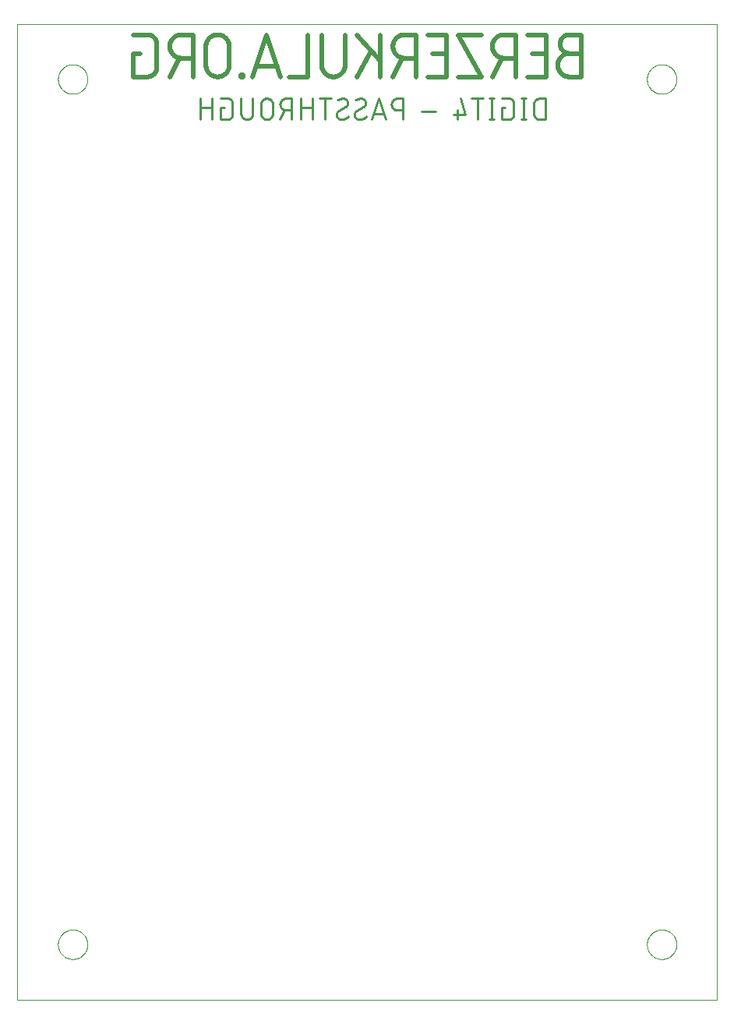
<source format=gbo>
From 51b01522af86c36a5edf33779d5fe3c2b8273b70 Mon Sep 17 00:00:00 2001
From: kb0iic <kb0iic@berzerkula.org>
Date: Fri, 22 Jun 2018 21:01:53 -0500
Subject: Update Large digit boards with dimensions, unused pins and packages.

---
 eagle/5x7 Display/5x7_LARGE_DIGIT3_6952.GBO | 3138 +++++++++++++++++++++++++++
 1 file changed, 3138 insertions(+)
 create mode 100644 eagle/5x7 Display/5x7_LARGE_DIGIT3_6952.GBO

(limited to 'eagle/5x7 Display/5x7_LARGE_DIGIT3_6952.GBO')

diff --git a/eagle/5x7 Display/5x7_LARGE_DIGIT3_6952.GBO b/eagle/5x7 Display/5x7_LARGE_DIGIT3_6952.GBO
new file mode 100644
index 0000000..16c4bcc
--- /dev/null
+++ b/eagle/5x7 Display/5x7_LARGE_DIGIT3_6952.GBO	
@@ -0,0 +1,3138 @@
+G75*
+%MOIN*%
+%OFA0B0*%
+%FSLAX25Y25*%
+%IPPOS*%
+%LPD*%
+%AMOC8*
+5,1,8,0,0,1.08239X$1,22.5*
+%
+%ADD10C,0.00000*%
+%ADD11C,0.02000*%
+%ADD12C,0.01000*%
+D10*
+X0012961Y0010993D02*
+X0012961Y0428315D01*
+X0312174Y0428315D01*
+X0312174Y0010993D01*
+X0012961Y0010993D01*
+X0030284Y0034615D02*
+X0030286Y0034773D01*
+X0030292Y0034931D01*
+X0030302Y0035089D01*
+X0030316Y0035247D01*
+X0030334Y0035404D01*
+X0030355Y0035561D01*
+X0030381Y0035717D01*
+X0030411Y0035873D01*
+X0030444Y0036028D01*
+X0030482Y0036181D01*
+X0030523Y0036334D01*
+X0030568Y0036486D01*
+X0030617Y0036637D01*
+X0030670Y0036786D01*
+X0030726Y0036934D01*
+X0030786Y0037080D01*
+X0030850Y0037225D01*
+X0030918Y0037368D01*
+X0030989Y0037510D01*
+X0031063Y0037650D01*
+X0031141Y0037787D01*
+X0031223Y0037923D01*
+X0031307Y0038057D01*
+X0031396Y0038188D01*
+X0031487Y0038317D01*
+X0031582Y0038444D01*
+X0031679Y0038569D01*
+X0031780Y0038691D01*
+X0031884Y0038810D01*
+X0031991Y0038927D01*
+X0032101Y0039041D01*
+X0032214Y0039152D01*
+X0032329Y0039261D01*
+X0032447Y0039366D01*
+X0032568Y0039468D01*
+X0032691Y0039568D01*
+X0032817Y0039664D01*
+X0032945Y0039757D01*
+X0033075Y0039847D01*
+X0033208Y0039933D01*
+X0033343Y0040017D01*
+X0033479Y0040096D01*
+X0033618Y0040173D01*
+X0033759Y0040245D01*
+X0033901Y0040315D01*
+X0034045Y0040380D01*
+X0034191Y0040442D01*
+X0034338Y0040500D01*
+X0034487Y0040555D01*
+X0034637Y0040606D01*
+X0034788Y0040653D01*
+X0034940Y0040696D01*
+X0035093Y0040735D01*
+X0035248Y0040771D01*
+X0035403Y0040802D01*
+X0035559Y0040830D01*
+X0035715Y0040854D01*
+X0035872Y0040874D01*
+X0036030Y0040890D01*
+X0036187Y0040902D01*
+X0036346Y0040910D01*
+X0036504Y0040914D01*
+X0036662Y0040914D01*
+X0036820Y0040910D01*
+X0036979Y0040902D01*
+X0037136Y0040890D01*
+X0037294Y0040874D01*
+X0037451Y0040854D01*
+X0037607Y0040830D01*
+X0037763Y0040802D01*
+X0037918Y0040771D01*
+X0038073Y0040735D01*
+X0038226Y0040696D01*
+X0038378Y0040653D01*
+X0038529Y0040606D01*
+X0038679Y0040555D01*
+X0038828Y0040500D01*
+X0038975Y0040442D01*
+X0039121Y0040380D01*
+X0039265Y0040315D01*
+X0039407Y0040245D01*
+X0039548Y0040173D01*
+X0039687Y0040096D01*
+X0039823Y0040017D01*
+X0039958Y0039933D01*
+X0040091Y0039847D01*
+X0040221Y0039757D01*
+X0040349Y0039664D01*
+X0040475Y0039568D01*
+X0040598Y0039468D01*
+X0040719Y0039366D01*
+X0040837Y0039261D01*
+X0040952Y0039152D01*
+X0041065Y0039041D01*
+X0041175Y0038927D01*
+X0041282Y0038810D01*
+X0041386Y0038691D01*
+X0041487Y0038569D01*
+X0041584Y0038444D01*
+X0041679Y0038317D01*
+X0041770Y0038188D01*
+X0041859Y0038057D01*
+X0041943Y0037923D01*
+X0042025Y0037787D01*
+X0042103Y0037650D01*
+X0042177Y0037510D01*
+X0042248Y0037368D01*
+X0042316Y0037225D01*
+X0042380Y0037080D01*
+X0042440Y0036934D01*
+X0042496Y0036786D01*
+X0042549Y0036637D01*
+X0042598Y0036486D01*
+X0042643Y0036334D01*
+X0042684Y0036181D01*
+X0042722Y0036028D01*
+X0042755Y0035873D01*
+X0042785Y0035717D01*
+X0042811Y0035561D01*
+X0042832Y0035404D01*
+X0042850Y0035247D01*
+X0042864Y0035089D01*
+X0042874Y0034931D01*
+X0042880Y0034773D01*
+X0042882Y0034615D01*
+X0042880Y0034457D01*
+X0042874Y0034299D01*
+X0042864Y0034141D01*
+X0042850Y0033983D01*
+X0042832Y0033826D01*
+X0042811Y0033669D01*
+X0042785Y0033513D01*
+X0042755Y0033357D01*
+X0042722Y0033202D01*
+X0042684Y0033049D01*
+X0042643Y0032896D01*
+X0042598Y0032744D01*
+X0042549Y0032593D01*
+X0042496Y0032444D01*
+X0042440Y0032296D01*
+X0042380Y0032150D01*
+X0042316Y0032005D01*
+X0042248Y0031862D01*
+X0042177Y0031720D01*
+X0042103Y0031580D01*
+X0042025Y0031443D01*
+X0041943Y0031307D01*
+X0041859Y0031173D01*
+X0041770Y0031042D01*
+X0041679Y0030913D01*
+X0041584Y0030786D01*
+X0041487Y0030661D01*
+X0041386Y0030539D01*
+X0041282Y0030420D01*
+X0041175Y0030303D01*
+X0041065Y0030189D01*
+X0040952Y0030078D01*
+X0040837Y0029969D01*
+X0040719Y0029864D01*
+X0040598Y0029762D01*
+X0040475Y0029662D01*
+X0040349Y0029566D01*
+X0040221Y0029473D01*
+X0040091Y0029383D01*
+X0039958Y0029297D01*
+X0039823Y0029213D01*
+X0039687Y0029134D01*
+X0039548Y0029057D01*
+X0039407Y0028985D01*
+X0039265Y0028915D01*
+X0039121Y0028850D01*
+X0038975Y0028788D01*
+X0038828Y0028730D01*
+X0038679Y0028675D01*
+X0038529Y0028624D01*
+X0038378Y0028577D01*
+X0038226Y0028534D01*
+X0038073Y0028495D01*
+X0037918Y0028459D01*
+X0037763Y0028428D01*
+X0037607Y0028400D01*
+X0037451Y0028376D01*
+X0037294Y0028356D01*
+X0037136Y0028340D01*
+X0036979Y0028328D01*
+X0036820Y0028320D01*
+X0036662Y0028316D01*
+X0036504Y0028316D01*
+X0036346Y0028320D01*
+X0036187Y0028328D01*
+X0036030Y0028340D01*
+X0035872Y0028356D01*
+X0035715Y0028376D01*
+X0035559Y0028400D01*
+X0035403Y0028428D01*
+X0035248Y0028459D01*
+X0035093Y0028495D01*
+X0034940Y0028534D01*
+X0034788Y0028577D01*
+X0034637Y0028624D01*
+X0034487Y0028675D01*
+X0034338Y0028730D01*
+X0034191Y0028788D01*
+X0034045Y0028850D01*
+X0033901Y0028915D01*
+X0033759Y0028985D01*
+X0033618Y0029057D01*
+X0033479Y0029134D01*
+X0033343Y0029213D01*
+X0033208Y0029297D01*
+X0033075Y0029383D01*
+X0032945Y0029473D01*
+X0032817Y0029566D01*
+X0032691Y0029662D01*
+X0032568Y0029762D01*
+X0032447Y0029864D01*
+X0032329Y0029969D01*
+X0032214Y0030078D01*
+X0032101Y0030189D01*
+X0031991Y0030303D01*
+X0031884Y0030420D01*
+X0031780Y0030539D01*
+X0031679Y0030661D01*
+X0031582Y0030786D01*
+X0031487Y0030913D01*
+X0031396Y0031042D01*
+X0031307Y0031173D01*
+X0031223Y0031307D01*
+X0031141Y0031443D01*
+X0031063Y0031580D01*
+X0030989Y0031720D01*
+X0030918Y0031862D01*
+X0030850Y0032005D01*
+X0030786Y0032150D01*
+X0030726Y0032296D01*
+X0030670Y0032444D01*
+X0030617Y0032593D01*
+X0030568Y0032744D01*
+X0030523Y0032896D01*
+X0030482Y0033049D01*
+X0030444Y0033202D01*
+X0030411Y0033357D01*
+X0030381Y0033513D01*
+X0030355Y0033669D01*
+X0030334Y0033826D01*
+X0030316Y0033983D01*
+X0030302Y0034141D01*
+X0030292Y0034299D01*
+X0030286Y0034457D01*
+X0030284Y0034615D01*
+X0282253Y0034615D02*
+X0282255Y0034773D01*
+X0282261Y0034931D01*
+X0282271Y0035089D01*
+X0282285Y0035247D01*
+X0282303Y0035404D01*
+X0282324Y0035561D01*
+X0282350Y0035717D01*
+X0282380Y0035873D01*
+X0282413Y0036028D01*
+X0282451Y0036181D01*
+X0282492Y0036334D01*
+X0282537Y0036486D01*
+X0282586Y0036637D01*
+X0282639Y0036786D01*
+X0282695Y0036934D01*
+X0282755Y0037080D01*
+X0282819Y0037225D01*
+X0282887Y0037368D01*
+X0282958Y0037510D01*
+X0283032Y0037650D01*
+X0283110Y0037787D01*
+X0283192Y0037923D01*
+X0283276Y0038057D01*
+X0283365Y0038188D01*
+X0283456Y0038317D01*
+X0283551Y0038444D01*
+X0283648Y0038569D01*
+X0283749Y0038691D01*
+X0283853Y0038810D01*
+X0283960Y0038927D01*
+X0284070Y0039041D01*
+X0284183Y0039152D01*
+X0284298Y0039261D01*
+X0284416Y0039366D01*
+X0284537Y0039468D01*
+X0284660Y0039568D01*
+X0284786Y0039664D01*
+X0284914Y0039757D01*
+X0285044Y0039847D01*
+X0285177Y0039933D01*
+X0285312Y0040017D01*
+X0285448Y0040096D01*
+X0285587Y0040173D01*
+X0285728Y0040245D01*
+X0285870Y0040315D01*
+X0286014Y0040380D01*
+X0286160Y0040442D01*
+X0286307Y0040500D01*
+X0286456Y0040555D01*
+X0286606Y0040606D01*
+X0286757Y0040653D01*
+X0286909Y0040696D01*
+X0287062Y0040735D01*
+X0287217Y0040771D01*
+X0287372Y0040802D01*
+X0287528Y0040830D01*
+X0287684Y0040854D01*
+X0287841Y0040874D01*
+X0287999Y0040890D01*
+X0288156Y0040902D01*
+X0288315Y0040910D01*
+X0288473Y0040914D01*
+X0288631Y0040914D01*
+X0288789Y0040910D01*
+X0288948Y0040902D01*
+X0289105Y0040890D01*
+X0289263Y0040874D01*
+X0289420Y0040854D01*
+X0289576Y0040830D01*
+X0289732Y0040802D01*
+X0289887Y0040771D01*
+X0290042Y0040735D01*
+X0290195Y0040696D01*
+X0290347Y0040653D01*
+X0290498Y0040606D01*
+X0290648Y0040555D01*
+X0290797Y0040500D01*
+X0290944Y0040442D01*
+X0291090Y0040380D01*
+X0291234Y0040315D01*
+X0291376Y0040245D01*
+X0291517Y0040173D01*
+X0291656Y0040096D01*
+X0291792Y0040017D01*
+X0291927Y0039933D01*
+X0292060Y0039847D01*
+X0292190Y0039757D01*
+X0292318Y0039664D01*
+X0292444Y0039568D01*
+X0292567Y0039468D01*
+X0292688Y0039366D01*
+X0292806Y0039261D01*
+X0292921Y0039152D01*
+X0293034Y0039041D01*
+X0293144Y0038927D01*
+X0293251Y0038810D01*
+X0293355Y0038691D01*
+X0293456Y0038569D01*
+X0293553Y0038444D01*
+X0293648Y0038317D01*
+X0293739Y0038188D01*
+X0293828Y0038057D01*
+X0293912Y0037923D01*
+X0293994Y0037787D01*
+X0294072Y0037650D01*
+X0294146Y0037510D01*
+X0294217Y0037368D01*
+X0294285Y0037225D01*
+X0294349Y0037080D01*
+X0294409Y0036934D01*
+X0294465Y0036786D01*
+X0294518Y0036637D01*
+X0294567Y0036486D01*
+X0294612Y0036334D01*
+X0294653Y0036181D01*
+X0294691Y0036028D01*
+X0294724Y0035873D01*
+X0294754Y0035717D01*
+X0294780Y0035561D01*
+X0294801Y0035404D01*
+X0294819Y0035247D01*
+X0294833Y0035089D01*
+X0294843Y0034931D01*
+X0294849Y0034773D01*
+X0294851Y0034615D01*
+X0294849Y0034457D01*
+X0294843Y0034299D01*
+X0294833Y0034141D01*
+X0294819Y0033983D01*
+X0294801Y0033826D01*
+X0294780Y0033669D01*
+X0294754Y0033513D01*
+X0294724Y0033357D01*
+X0294691Y0033202D01*
+X0294653Y0033049D01*
+X0294612Y0032896D01*
+X0294567Y0032744D01*
+X0294518Y0032593D01*
+X0294465Y0032444D01*
+X0294409Y0032296D01*
+X0294349Y0032150D01*
+X0294285Y0032005D01*
+X0294217Y0031862D01*
+X0294146Y0031720D01*
+X0294072Y0031580D01*
+X0293994Y0031443D01*
+X0293912Y0031307D01*
+X0293828Y0031173D01*
+X0293739Y0031042D01*
+X0293648Y0030913D01*
+X0293553Y0030786D01*
+X0293456Y0030661D01*
+X0293355Y0030539D01*
+X0293251Y0030420D01*
+X0293144Y0030303D01*
+X0293034Y0030189D01*
+X0292921Y0030078D01*
+X0292806Y0029969D01*
+X0292688Y0029864D01*
+X0292567Y0029762D01*
+X0292444Y0029662D01*
+X0292318Y0029566D01*
+X0292190Y0029473D01*
+X0292060Y0029383D01*
+X0291927Y0029297D01*
+X0291792Y0029213D01*
+X0291656Y0029134D01*
+X0291517Y0029057D01*
+X0291376Y0028985D01*
+X0291234Y0028915D01*
+X0291090Y0028850D01*
+X0290944Y0028788D01*
+X0290797Y0028730D01*
+X0290648Y0028675D01*
+X0290498Y0028624D01*
+X0290347Y0028577D01*
+X0290195Y0028534D01*
+X0290042Y0028495D01*
+X0289887Y0028459D01*
+X0289732Y0028428D01*
+X0289576Y0028400D01*
+X0289420Y0028376D01*
+X0289263Y0028356D01*
+X0289105Y0028340D01*
+X0288948Y0028328D01*
+X0288789Y0028320D01*
+X0288631Y0028316D01*
+X0288473Y0028316D01*
+X0288315Y0028320D01*
+X0288156Y0028328D01*
+X0287999Y0028340D01*
+X0287841Y0028356D01*
+X0287684Y0028376D01*
+X0287528Y0028400D01*
+X0287372Y0028428D01*
+X0287217Y0028459D01*
+X0287062Y0028495D01*
+X0286909Y0028534D01*
+X0286757Y0028577D01*
+X0286606Y0028624D01*
+X0286456Y0028675D01*
+X0286307Y0028730D01*
+X0286160Y0028788D01*
+X0286014Y0028850D01*
+X0285870Y0028915D01*
+X0285728Y0028985D01*
+X0285587Y0029057D01*
+X0285448Y0029134D01*
+X0285312Y0029213D01*
+X0285177Y0029297D01*
+X0285044Y0029383D01*
+X0284914Y0029473D01*
+X0284786Y0029566D01*
+X0284660Y0029662D01*
+X0284537Y0029762D01*
+X0284416Y0029864D01*
+X0284298Y0029969D01*
+X0284183Y0030078D01*
+X0284070Y0030189D01*
+X0283960Y0030303D01*
+X0283853Y0030420D01*
+X0283749Y0030539D01*
+X0283648Y0030661D01*
+X0283551Y0030786D01*
+X0283456Y0030913D01*
+X0283365Y0031042D01*
+X0283276Y0031173D01*
+X0283192Y0031307D01*
+X0283110Y0031443D01*
+X0283032Y0031580D01*
+X0282958Y0031720D01*
+X0282887Y0031862D01*
+X0282819Y0032005D01*
+X0282755Y0032150D01*
+X0282695Y0032296D01*
+X0282639Y0032444D01*
+X0282586Y0032593D01*
+X0282537Y0032744D01*
+X0282492Y0032896D01*
+X0282451Y0033049D01*
+X0282413Y0033202D01*
+X0282380Y0033357D01*
+X0282350Y0033513D01*
+X0282324Y0033669D01*
+X0282303Y0033826D01*
+X0282285Y0033983D01*
+X0282271Y0034141D01*
+X0282261Y0034299D01*
+X0282255Y0034457D01*
+X0282253Y0034615D01*
+X0282253Y0404693D02*
+X0282255Y0404851D01*
+X0282261Y0405009D01*
+X0282271Y0405167D01*
+X0282285Y0405325D01*
+X0282303Y0405482D01*
+X0282324Y0405639D01*
+X0282350Y0405795D01*
+X0282380Y0405951D01*
+X0282413Y0406106D01*
+X0282451Y0406259D01*
+X0282492Y0406412D01*
+X0282537Y0406564D01*
+X0282586Y0406715D01*
+X0282639Y0406864D01*
+X0282695Y0407012D01*
+X0282755Y0407158D01*
+X0282819Y0407303D01*
+X0282887Y0407446D01*
+X0282958Y0407588D01*
+X0283032Y0407728D01*
+X0283110Y0407865D01*
+X0283192Y0408001D01*
+X0283276Y0408135D01*
+X0283365Y0408266D01*
+X0283456Y0408395D01*
+X0283551Y0408522D01*
+X0283648Y0408647D01*
+X0283749Y0408769D01*
+X0283853Y0408888D01*
+X0283960Y0409005D01*
+X0284070Y0409119D01*
+X0284183Y0409230D01*
+X0284298Y0409339D01*
+X0284416Y0409444D01*
+X0284537Y0409546D01*
+X0284660Y0409646D01*
+X0284786Y0409742D01*
+X0284914Y0409835D01*
+X0285044Y0409925D01*
+X0285177Y0410011D01*
+X0285312Y0410095D01*
+X0285448Y0410174D01*
+X0285587Y0410251D01*
+X0285728Y0410323D01*
+X0285870Y0410393D01*
+X0286014Y0410458D01*
+X0286160Y0410520D01*
+X0286307Y0410578D01*
+X0286456Y0410633D01*
+X0286606Y0410684D01*
+X0286757Y0410731D01*
+X0286909Y0410774D01*
+X0287062Y0410813D01*
+X0287217Y0410849D01*
+X0287372Y0410880D01*
+X0287528Y0410908D01*
+X0287684Y0410932D01*
+X0287841Y0410952D01*
+X0287999Y0410968D01*
+X0288156Y0410980D01*
+X0288315Y0410988D01*
+X0288473Y0410992D01*
+X0288631Y0410992D01*
+X0288789Y0410988D01*
+X0288948Y0410980D01*
+X0289105Y0410968D01*
+X0289263Y0410952D01*
+X0289420Y0410932D01*
+X0289576Y0410908D01*
+X0289732Y0410880D01*
+X0289887Y0410849D01*
+X0290042Y0410813D01*
+X0290195Y0410774D01*
+X0290347Y0410731D01*
+X0290498Y0410684D01*
+X0290648Y0410633D01*
+X0290797Y0410578D01*
+X0290944Y0410520D01*
+X0291090Y0410458D01*
+X0291234Y0410393D01*
+X0291376Y0410323D01*
+X0291517Y0410251D01*
+X0291656Y0410174D01*
+X0291792Y0410095D01*
+X0291927Y0410011D01*
+X0292060Y0409925D01*
+X0292190Y0409835D01*
+X0292318Y0409742D01*
+X0292444Y0409646D01*
+X0292567Y0409546D01*
+X0292688Y0409444D01*
+X0292806Y0409339D01*
+X0292921Y0409230D01*
+X0293034Y0409119D01*
+X0293144Y0409005D01*
+X0293251Y0408888D01*
+X0293355Y0408769D01*
+X0293456Y0408647D01*
+X0293553Y0408522D01*
+X0293648Y0408395D01*
+X0293739Y0408266D01*
+X0293828Y0408135D01*
+X0293912Y0408001D01*
+X0293994Y0407865D01*
+X0294072Y0407728D01*
+X0294146Y0407588D01*
+X0294217Y0407446D01*
+X0294285Y0407303D01*
+X0294349Y0407158D01*
+X0294409Y0407012D01*
+X0294465Y0406864D01*
+X0294518Y0406715D01*
+X0294567Y0406564D01*
+X0294612Y0406412D01*
+X0294653Y0406259D01*
+X0294691Y0406106D01*
+X0294724Y0405951D01*
+X0294754Y0405795D01*
+X0294780Y0405639D01*
+X0294801Y0405482D01*
+X0294819Y0405325D01*
+X0294833Y0405167D01*
+X0294843Y0405009D01*
+X0294849Y0404851D01*
+X0294851Y0404693D01*
+X0294849Y0404535D01*
+X0294843Y0404377D01*
+X0294833Y0404219D01*
+X0294819Y0404061D01*
+X0294801Y0403904D01*
+X0294780Y0403747D01*
+X0294754Y0403591D01*
+X0294724Y0403435D01*
+X0294691Y0403280D01*
+X0294653Y0403127D01*
+X0294612Y0402974D01*
+X0294567Y0402822D01*
+X0294518Y0402671D01*
+X0294465Y0402522D01*
+X0294409Y0402374D01*
+X0294349Y0402228D01*
+X0294285Y0402083D01*
+X0294217Y0401940D01*
+X0294146Y0401798D01*
+X0294072Y0401658D01*
+X0293994Y0401521D01*
+X0293912Y0401385D01*
+X0293828Y0401251D01*
+X0293739Y0401120D01*
+X0293648Y0400991D01*
+X0293553Y0400864D01*
+X0293456Y0400739D01*
+X0293355Y0400617D01*
+X0293251Y0400498D01*
+X0293144Y0400381D01*
+X0293034Y0400267D01*
+X0292921Y0400156D01*
+X0292806Y0400047D01*
+X0292688Y0399942D01*
+X0292567Y0399840D01*
+X0292444Y0399740D01*
+X0292318Y0399644D01*
+X0292190Y0399551D01*
+X0292060Y0399461D01*
+X0291927Y0399375D01*
+X0291792Y0399291D01*
+X0291656Y0399212D01*
+X0291517Y0399135D01*
+X0291376Y0399063D01*
+X0291234Y0398993D01*
+X0291090Y0398928D01*
+X0290944Y0398866D01*
+X0290797Y0398808D01*
+X0290648Y0398753D01*
+X0290498Y0398702D01*
+X0290347Y0398655D01*
+X0290195Y0398612D01*
+X0290042Y0398573D01*
+X0289887Y0398537D01*
+X0289732Y0398506D01*
+X0289576Y0398478D01*
+X0289420Y0398454D01*
+X0289263Y0398434D01*
+X0289105Y0398418D01*
+X0288948Y0398406D01*
+X0288789Y0398398D01*
+X0288631Y0398394D01*
+X0288473Y0398394D01*
+X0288315Y0398398D01*
+X0288156Y0398406D01*
+X0287999Y0398418D01*
+X0287841Y0398434D01*
+X0287684Y0398454D01*
+X0287528Y0398478D01*
+X0287372Y0398506D01*
+X0287217Y0398537D01*
+X0287062Y0398573D01*
+X0286909Y0398612D01*
+X0286757Y0398655D01*
+X0286606Y0398702D01*
+X0286456Y0398753D01*
+X0286307Y0398808D01*
+X0286160Y0398866D01*
+X0286014Y0398928D01*
+X0285870Y0398993D01*
+X0285728Y0399063D01*
+X0285587Y0399135D01*
+X0285448Y0399212D01*
+X0285312Y0399291D01*
+X0285177Y0399375D01*
+X0285044Y0399461D01*
+X0284914Y0399551D01*
+X0284786Y0399644D01*
+X0284660Y0399740D01*
+X0284537Y0399840D01*
+X0284416Y0399942D01*
+X0284298Y0400047D01*
+X0284183Y0400156D01*
+X0284070Y0400267D01*
+X0283960Y0400381D01*
+X0283853Y0400498D01*
+X0283749Y0400617D01*
+X0283648Y0400739D01*
+X0283551Y0400864D01*
+X0283456Y0400991D01*
+X0283365Y0401120D01*
+X0283276Y0401251D01*
+X0283192Y0401385D01*
+X0283110Y0401521D01*
+X0283032Y0401658D01*
+X0282958Y0401798D01*
+X0282887Y0401940D01*
+X0282819Y0402083D01*
+X0282755Y0402228D01*
+X0282695Y0402374D01*
+X0282639Y0402522D01*
+X0282586Y0402671D01*
+X0282537Y0402822D01*
+X0282492Y0402974D01*
+X0282451Y0403127D01*
+X0282413Y0403280D01*
+X0282380Y0403435D01*
+X0282350Y0403591D01*
+X0282324Y0403747D01*
+X0282303Y0403904D01*
+X0282285Y0404061D01*
+X0282271Y0404219D01*
+X0282261Y0404377D01*
+X0282255Y0404535D01*
+X0282253Y0404693D01*
+X0030284Y0404693D02*
+X0030286Y0404851D01*
+X0030292Y0405009D01*
+X0030302Y0405167D01*
+X0030316Y0405325D01*
+X0030334Y0405482D01*
+X0030355Y0405639D01*
+X0030381Y0405795D01*
+X0030411Y0405951D01*
+X0030444Y0406106D01*
+X0030482Y0406259D01*
+X0030523Y0406412D01*
+X0030568Y0406564D01*
+X0030617Y0406715D01*
+X0030670Y0406864D01*
+X0030726Y0407012D01*
+X0030786Y0407158D01*
+X0030850Y0407303D01*
+X0030918Y0407446D01*
+X0030989Y0407588D01*
+X0031063Y0407728D01*
+X0031141Y0407865D01*
+X0031223Y0408001D01*
+X0031307Y0408135D01*
+X0031396Y0408266D01*
+X0031487Y0408395D01*
+X0031582Y0408522D01*
+X0031679Y0408647D01*
+X0031780Y0408769D01*
+X0031884Y0408888D01*
+X0031991Y0409005D01*
+X0032101Y0409119D01*
+X0032214Y0409230D01*
+X0032329Y0409339D01*
+X0032447Y0409444D01*
+X0032568Y0409546D01*
+X0032691Y0409646D01*
+X0032817Y0409742D01*
+X0032945Y0409835D01*
+X0033075Y0409925D01*
+X0033208Y0410011D01*
+X0033343Y0410095D01*
+X0033479Y0410174D01*
+X0033618Y0410251D01*
+X0033759Y0410323D01*
+X0033901Y0410393D01*
+X0034045Y0410458D01*
+X0034191Y0410520D01*
+X0034338Y0410578D01*
+X0034487Y0410633D01*
+X0034637Y0410684D01*
+X0034788Y0410731D01*
+X0034940Y0410774D01*
+X0035093Y0410813D01*
+X0035248Y0410849D01*
+X0035403Y0410880D01*
+X0035559Y0410908D01*
+X0035715Y0410932D01*
+X0035872Y0410952D01*
+X0036030Y0410968D01*
+X0036187Y0410980D01*
+X0036346Y0410988D01*
+X0036504Y0410992D01*
+X0036662Y0410992D01*
+X0036820Y0410988D01*
+X0036979Y0410980D01*
+X0037136Y0410968D01*
+X0037294Y0410952D01*
+X0037451Y0410932D01*
+X0037607Y0410908D01*
+X0037763Y0410880D01*
+X0037918Y0410849D01*
+X0038073Y0410813D01*
+X0038226Y0410774D01*
+X0038378Y0410731D01*
+X0038529Y0410684D01*
+X0038679Y0410633D01*
+X0038828Y0410578D01*
+X0038975Y0410520D01*
+X0039121Y0410458D01*
+X0039265Y0410393D01*
+X0039407Y0410323D01*
+X0039548Y0410251D01*
+X0039687Y0410174D01*
+X0039823Y0410095D01*
+X0039958Y0410011D01*
+X0040091Y0409925D01*
+X0040221Y0409835D01*
+X0040349Y0409742D01*
+X0040475Y0409646D01*
+X0040598Y0409546D01*
+X0040719Y0409444D01*
+X0040837Y0409339D01*
+X0040952Y0409230D01*
+X0041065Y0409119D01*
+X0041175Y0409005D01*
+X0041282Y0408888D01*
+X0041386Y0408769D01*
+X0041487Y0408647D01*
+X0041584Y0408522D01*
+X0041679Y0408395D01*
+X0041770Y0408266D01*
+X0041859Y0408135D01*
+X0041943Y0408001D01*
+X0042025Y0407865D01*
+X0042103Y0407728D01*
+X0042177Y0407588D01*
+X0042248Y0407446D01*
+X0042316Y0407303D01*
+X0042380Y0407158D01*
+X0042440Y0407012D01*
+X0042496Y0406864D01*
+X0042549Y0406715D01*
+X0042598Y0406564D01*
+X0042643Y0406412D01*
+X0042684Y0406259D01*
+X0042722Y0406106D01*
+X0042755Y0405951D01*
+X0042785Y0405795D01*
+X0042811Y0405639D01*
+X0042832Y0405482D01*
+X0042850Y0405325D01*
+X0042864Y0405167D01*
+X0042874Y0405009D01*
+X0042880Y0404851D01*
+X0042882Y0404693D01*
+X0042880Y0404535D01*
+X0042874Y0404377D01*
+X0042864Y0404219D01*
+X0042850Y0404061D01*
+X0042832Y0403904D01*
+X0042811Y0403747D01*
+X0042785Y0403591D01*
+X0042755Y0403435D01*
+X0042722Y0403280D01*
+X0042684Y0403127D01*
+X0042643Y0402974D01*
+X0042598Y0402822D01*
+X0042549Y0402671D01*
+X0042496Y0402522D01*
+X0042440Y0402374D01*
+X0042380Y0402228D01*
+X0042316Y0402083D01*
+X0042248Y0401940D01*
+X0042177Y0401798D01*
+X0042103Y0401658D01*
+X0042025Y0401521D01*
+X0041943Y0401385D01*
+X0041859Y0401251D01*
+X0041770Y0401120D01*
+X0041679Y0400991D01*
+X0041584Y0400864D01*
+X0041487Y0400739D01*
+X0041386Y0400617D01*
+X0041282Y0400498D01*
+X0041175Y0400381D01*
+X0041065Y0400267D01*
+X0040952Y0400156D01*
+X0040837Y0400047D01*
+X0040719Y0399942D01*
+X0040598Y0399840D01*
+X0040475Y0399740D01*
+X0040349Y0399644D01*
+X0040221Y0399551D01*
+X0040091Y0399461D01*
+X0039958Y0399375D01*
+X0039823Y0399291D01*
+X0039687Y0399212D01*
+X0039548Y0399135D01*
+X0039407Y0399063D01*
+X0039265Y0398993D01*
+X0039121Y0398928D01*
+X0038975Y0398866D01*
+X0038828Y0398808D01*
+X0038679Y0398753D01*
+X0038529Y0398702D01*
+X0038378Y0398655D01*
+X0038226Y0398612D01*
+X0038073Y0398573D01*
+X0037918Y0398537D01*
+X0037763Y0398506D01*
+X0037607Y0398478D01*
+X0037451Y0398454D01*
+X0037294Y0398434D01*
+X0037136Y0398418D01*
+X0036979Y0398406D01*
+X0036820Y0398398D01*
+X0036662Y0398394D01*
+X0036504Y0398394D01*
+X0036346Y0398398D01*
+X0036187Y0398406D01*
+X0036030Y0398418D01*
+X0035872Y0398434D01*
+X0035715Y0398454D01*
+X0035559Y0398478D01*
+X0035403Y0398506D01*
+X0035248Y0398537D01*
+X0035093Y0398573D01*
+X0034940Y0398612D01*
+X0034788Y0398655D01*
+X0034637Y0398702D01*
+X0034487Y0398753D01*
+X0034338Y0398808D01*
+X0034191Y0398866D01*
+X0034045Y0398928D01*
+X0033901Y0398993D01*
+X0033759Y0399063D01*
+X0033618Y0399135D01*
+X0033479Y0399212D01*
+X0033343Y0399291D01*
+X0033208Y0399375D01*
+X0033075Y0399461D01*
+X0032945Y0399551D01*
+X0032817Y0399644D01*
+X0032691Y0399740D01*
+X0032568Y0399840D01*
+X0032447Y0399942D01*
+X0032329Y0400047D01*
+X0032214Y0400156D01*
+X0032101Y0400267D01*
+X0031991Y0400381D01*
+X0031884Y0400498D01*
+X0031780Y0400617D01*
+X0031679Y0400739D01*
+X0031582Y0400864D01*
+X0031487Y0400991D01*
+X0031396Y0401120D01*
+X0031307Y0401251D01*
+X0031223Y0401385D01*
+X0031141Y0401521D01*
+X0031063Y0401658D01*
+X0030989Y0401798D01*
+X0030918Y0401940D01*
+X0030850Y0402083D01*
+X0030786Y0402228D01*
+X0030726Y0402374D01*
+X0030670Y0402522D01*
+X0030617Y0402671D01*
+X0030568Y0402822D01*
+X0030523Y0402974D01*
+X0030482Y0403127D01*
+X0030444Y0403280D01*
+X0030411Y0403435D01*
+X0030381Y0403591D01*
+X0030355Y0403747D01*
+X0030334Y0403904D01*
+X0030316Y0404061D01*
+X0030302Y0404219D01*
+X0030292Y0404377D01*
+X0030286Y0404535D01*
+X0030284Y0404693D01*
+D11*
+X0062587Y0405693D02*
+X0068587Y0405693D01*
+X0068713Y0405695D01*
+X0068838Y0405701D01*
+X0068963Y0405711D01*
+X0069088Y0405725D01*
+X0069213Y0405742D01*
+X0069337Y0405764D01*
+X0069460Y0405789D01*
+X0069582Y0405819D01*
+X0069703Y0405852D01*
+X0069823Y0405889D01*
+X0069942Y0405929D01*
+X0070059Y0405974D01*
+X0070176Y0406022D01*
+X0070290Y0406074D01*
+X0070403Y0406129D01*
+X0070514Y0406188D01*
+X0070623Y0406250D01*
+X0070730Y0406316D01*
+X0070835Y0406385D01*
+X0070938Y0406457D01*
+X0071039Y0406532D01*
+X0071137Y0406611D01*
+X0071232Y0406693D01*
+X0071325Y0406777D01*
+X0071415Y0406865D01*
+X0071503Y0406955D01*
+X0071587Y0407048D01*
+X0071669Y0407143D01*
+X0071748Y0407241D01*
+X0071823Y0407342D01*
+X0071895Y0407445D01*
+X0071964Y0407550D01*
+X0072030Y0407657D01*
+X0072092Y0407766D01*
+X0072151Y0407877D01*
+X0072206Y0407990D01*
+X0072258Y0408104D01*
+X0072306Y0408221D01*
+X0072351Y0408338D01*
+X0072391Y0408457D01*
+X0072428Y0408577D01*
+X0072461Y0408698D01*
+X0072491Y0408820D01*
+X0072516Y0408943D01*
+X0072538Y0409067D01*
+X0072555Y0409192D01*
+X0072569Y0409317D01*
+X0072579Y0409442D01*
+X0072585Y0409567D01*
+X0072587Y0409693D01*
+X0072587Y0419693D01*
+X0072585Y0419819D01*
+X0072579Y0419944D01*
+X0072569Y0420069D01*
+X0072555Y0420194D01*
+X0072538Y0420319D01*
+X0072516Y0420443D01*
+X0072491Y0420566D01*
+X0072461Y0420688D01*
+X0072428Y0420809D01*
+X0072391Y0420929D01*
+X0072351Y0421048D01*
+X0072306Y0421165D01*
+X0072258Y0421282D01*
+X0072206Y0421396D01*
+X0072151Y0421509D01*
+X0072092Y0421620D01*
+X0072030Y0421729D01*
+X0071964Y0421836D01*
+X0071895Y0421941D01*
+X0071823Y0422044D01*
+X0071748Y0422145D01*
+X0071669Y0422243D01*
+X0071587Y0422338D01*
+X0071503Y0422431D01*
+X0071415Y0422521D01*
+X0071325Y0422609D01*
+X0071232Y0422693D01*
+X0071137Y0422775D01*
+X0071039Y0422854D01*
+X0070938Y0422929D01*
+X0070835Y0423001D01*
+X0070730Y0423070D01*
+X0070623Y0423136D01*
+X0070514Y0423198D01*
+X0070403Y0423257D01*
+X0070290Y0423312D01*
+X0070176Y0423364D01*
+X0070059Y0423412D01*
+X0069942Y0423457D01*
+X0069823Y0423497D01*
+X0069703Y0423534D01*
+X0069582Y0423567D01*
+X0069460Y0423597D01*
+X0069337Y0423622D01*
+X0069213Y0423644D01*
+X0069088Y0423661D01*
+X0068963Y0423675D01*
+X0068838Y0423685D01*
+X0068713Y0423691D01*
+X0068587Y0423693D01*
+X0062587Y0423693D01*
+X0062587Y0415693D02*
+X0062587Y0405693D01*
+X0062587Y0415693D02*
+X0065587Y0415693D01*
+X0078087Y0405693D02*
+X0082087Y0413693D01*
+X0083087Y0413693D02*
+X0088087Y0413693D01*
+X0093587Y0410693D02*
+X0093587Y0418693D01*
+X0088087Y0423693D02*
+X0083087Y0423693D01*
+X0082947Y0423691D01*
+X0082807Y0423685D01*
+X0082667Y0423675D01*
+X0082527Y0423662D01*
+X0082388Y0423644D01*
+X0082249Y0423622D01*
+X0082112Y0423597D01*
+X0081974Y0423568D01*
+X0081838Y0423535D01*
+X0081703Y0423498D01*
+X0081569Y0423457D01*
+X0081436Y0423412D01*
+X0081304Y0423364D01*
+X0081174Y0423312D01*
+X0081045Y0423257D01*
+X0080918Y0423198D01*
+X0080792Y0423135D01*
+X0080668Y0423069D01*
+X0080547Y0423000D01*
+X0080427Y0422927D01*
+X0080309Y0422850D01*
+X0080194Y0422771D01*
+X0080080Y0422688D01*
+X0079970Y0422602D01*
+X0079861Y0422513D01*
+X0079755Y0422421D01*
+X0079652Y0422326D01*
+X0079551Y0422229D01*
+X0079454Y0422128D01*
+X0079359Y0422025D01*
+X0079267Y0421919D01*
+X0079178Y0421810D01*
+X0079092Y0421700D01*
+X0079009Y0421586D01*
+X0078930Y0421471D01*
+X0078853Y0421353D01*
+X0078780Y0421233D01*
+X0078711Y0421112D01*
+X0078645Y0420988D01*
+X0078582Y0420862D01*
+X0078523Y0420735D01*
+X0078468Y0420606D01*
+X0078416Y0420476D01*
+X0078368Y0420344D01*
+X0078323Y0420211D01*
+X0078282Y0420077D01*
+X0078245Y0419942D01*
+X0078212Y0419806D01*
+X0078183Y0419668D01*
+X0078158Y0419531D01*
+X0078136Y0419392D01*
+X0078118Y0419253D01*
+X0078105Y0419113D01*
+X0078095Y0418973D01*
+X0078089Y0418833D01*
+X0078087Y0418693D01*
+X0078089Y0418553D01*
+X0078095Y0418413D01*
+X0078105Y0418273D01*
+X0078118Y0418133D01*
+X0078136Y0417994D01*
+X0078158Y0417855D01*
+X0078183Y0417718D01*
+X0078212Y0417580D01*
+X0078245Y0417444D01*
+X0078282Y0417309D01*
+X0078323Y0417175D01*
+X0078368Y0417042D01*
+X0078416Y0416910D01*
+X0078468Y0416780D01*
+X0078523Y0416651D01*
+X0078582Y0416524D01*
+X0078645Y0416398D01*
+X0078711Y0416274D01*
+X0078780Y0416153D01*
+X0078853Y0416033D01*
+X0078930Y0415915D01*
+X0079009Y0415800D01*
+X0079092Y0415686D01*
+X0079178Y0415576D01*
+X0079267Y0415467D01*
+X0079359Y0415361D01*
+X0079454Y0415258D01*
+X0079551Y0415157D01*
+X0079652Y0415060D01*
+X0079755Y0414965D01*
+X0079861Y0414873D01*
+X0079970Y0414784D01*
+X0080080Y0414698D01*
+X0080194Y0414615D01*
+X0080309Y0414536D01*
+X0080427Y0414459D01*
+X0080547Y0414386D01*
+X0080668Y0414317D01*
+X0080792Y0414251D01*
+X0080918Y0414188D01*
+X0081045Y0414129D01*
+X0081174Y0414074D01*
+X0081304Y0414022D01*
+X0081436Y0413974D01*
+X0081569Y0413929D01*
+X0081703Y0413888D01*
+X0081838Y0413851D01*
+X0081974Y0413818D01*
+X0082112Y0413789D01*
+X0082249Y0413764D01*
+X0082388Y0413742D01*
+X0082527Y0413724D01*
+X0082667Y0413711D01*
+X0082807Y0413701D01*
+X0082947Y0413695D01*
+X0083087Y0413693D01*
+X0088087Y0405693D02*
+X0088087Y0423693D01*
+X0093587Y0418693D02*
+X0093589Y0418833D01*
+X0093595Y0418973D01*
+X0093605Y0419113D01*
+X0093618Y0419253D01*
+X0093636Y0419392D01*
+X0093658Y0419531D01*
+X0093683Y0419668D01*
+X0093712Y0419806D01*
+X0093745Y0419942D01*
+X0093782Y0420077D01*
+X0093823Y0420211D01*
+X0093868Y0420344D01*
+X0093916Y0420476D01*
+X0093968Y0420606D01*
+X0094023Y0420735D01*
+X0094082Y0420862D01*
+X0094145Y0420988D01*
+X0094211Y0421112D01*
+X0094280Y0421233D01*
+X0094353Y0421353D01*
+X0094430Y0421471D01*
+X0094509Y0421586D01*
+X0094592Y0421700D01*
+X0094678Y0421810D01*
+X0094767Y0421919D01*
+X0094859Y0422025D01*
+X0094954Y0422128D01*
+X0095051Y0422229D01*
+X0095152Y0422326D01*
+X0095255Y0422421D01*
+X0095361Y0422513D01*
+X0095470Y0422602D01*
+X0095580Y0422688D01*
+X0095694Y0422771D01*
+X0095809Y0422850D01*
+X0095927Y0422927D01*
+X0096047Y0423000D01*
+X0096168Y0423069D01*
+X0096292Y0423135D01*
+X0096418Y0423198D01*
+X0096545Y0423257D01*
+X0096674Y0423312D01*
+X0096804Y0423364D01*
+X0096936Y0423412D01*
+X0097069Y0423457D01*
+X0097203Y0423498D01*
+X0097338Y0423535D01*
+X0097474Y0423568D01*
+X0097612Y0423597D01*
+X0097749Y0423622D01*
+X0097888Y0423644D01*
+X0098027Y0423662D01*
+X0098167Y0423675D01*
+X0098307Y0423685D01*
+X0098447Y0423691D01*
+X0098587Y0423693D01*
+X0098727Y0423691D01*
+X0098867Y0423685D01*
+X0099007Y0423675D01*
+X0099147Y0423662D01*
+X0099286Y0423644D01*
+X0099425Y0423622D01*
+X0099562Y0423597D01*
+X0099700Y0423568D01*
+X0099836Y0423535D01*
+X0099971Y0423498D01*
+X0100105Y0423457D01*
+X0100238Y0423412D01*
+X0100370Y0423364D01*
+X0100500Y0423312D01*
+X0100629Y0423257D01*
+X0100756Y0423198D01*
+X0100882Y0423135D01*
+X0101006Y0423069D01*
+X0101127Y0423000D01*
+X0101247Y0422927D01*
+X0101365Y0422850D01*
+X0101480Y0422771D01*
+X0101594Y0422688D01*
+X0101704Y0422602D01*
+X0101813Y0422513D01*
+X0101919Y0422421D01*
+X0102022Y0422326D01*
+X0102123Y0422229D01*
+X0102220Y0422128D01*
+X0102315Y0422025D01*
+X0102407Y0421919D01*
+X0102496Y0421810D01*
+X0102582Y0421700D01*
+X0102665Y0421586D01*
+X0102744Y0421471D01*
+X0102821Y0421353D01*
+X0102894Y0421233D01*
+X0102963Y0421112D01*
+X0103029Y0420988D01*
+X0103092Y0420862D01*
+X0103151Y0420735D01*
+X0103206Y0420606D01*
+X0103258Y0420476D01*
+X0103306Y0420344D01*
+X0103351Y0420211D01*
+X0103392Y0420077D01*
+X0103429Y0419942D01*
+X0103462Y0419806D01*
+X0103491Y0419668D01*
+X0103516Y0419531D01*
+X0103538Y0419392D01*
+X0103556Y0419253D01*
+X0103569Y0419113D01*
+X0103579Y0418973D01*
+X0103585Y0418833D01*
+X0103587Y0418693D01*
+X0103587Y0410693D01*
+X0108587Y0406693D02*
+X0108587Y0405693D01*
+X0109587Y0405693D01*
+X0109587Y0406693D01*
+X0108587Y0406693D01*
+X0113587Y0405693D02*
+X0119587Y0423693D01*
+X0125587Y0405693D01*
+X0129087Y0405693D02*
+X0137087Y0405693D01*
+X0137087Y0423693D01*
+X0143087Y0423693D02*
+X0143087Y0410693D01*
+X0143089Y0410553D01*
+X0143095Y0410413D01*
+X0143105Y0410273D01*
+X0143118Y0410133D01*
+X0143136Y0409994D01*
+X0143158Y0409855D01*
+X0143183Y0409718D01*
+X0143212Y0409580D01*
+X0143245Y0409444D01*
+X0143282Y0409309D01*
+X0143323Y0409175D01*
+X0143368Y0409042D01*
+X0143416Y0408910D01*
+X0143468Y0408780D01*
+X0143523Y0408651D01*
+X0143582Y0408524D01*
+X0143645Y0408398D01*
+X0143711Y0408274D01*
+X0143780Y0408153D01*
+X0143853Y0408033D01*
+X0143930Y0407915D01*
+X0144009Y0407800D01*
+X0144092Y0407686D01*
+X0144178Y0407576D01*
+X0144267Y0407467D01*
+X0144359Y0407361D01*
+X0144454Y0407258D01*
+X0144551Y0407157D01*
+X0144652Y0407060D01*
+X0144755Y0406965D01*
+X0144861Y0406873D01*
+X0144970Y0406784D01*
+X0145080Y0406698D01*
+X0145194Y0406615D01*
+X0145309Y0406536D01*
+X0145427Y0406459D01*
+X0145547Y0406386D01*
+X0145668Y0406317D01*
+X0145792Y0406251D01*
+X0145918Y0406188D01*
+X0146045Y0406129D01*
+X0146174Y0406074D01*
+X0146304Y0406022D01*
+X0146436Y0405974D01*
+X0146569Y0405929D01*
+X0146703Y0405888D01*
+X0146838Y0405851D01*
+X0146974Y0405818D01*
+X0147112Y0405789D01*
+X0147249Y0405764D01*
+X0147388Y0405742D01*
+X0147527Y0405724D01*
+X0147667Y0405711D01*
+X0147807Y0405701D01*
+X0147947Y0405695D01*
+X0148087Y0405693D01*
+X0148227Y0405695D01*
+X0148367Y0405701D01*
+X0148507Y0405711D01*
+X0148647Y0405724D01*
+X0148786Y0405742D01*
+X0148925Y0405764D01*
+X0149062Y0405789D01*
+X0149200Y0405818D01*
+X0149336Y0405851D01*
+X0149471Y0405888D01*
+X0149605Y0405929D01*
+X0149738Y0405974D01*
+X0149870Y0406022D01*
+X0150000Y0406074D01*
+X0150129Y0406129D01*
+X0150256Y0406188D01*
+X0150382Y0406251D01*
+X0150506Y0406317D01*
+X0150627Y0406386D01*
+X0150747Y0406459D01*
+X0150865Y0406536D01*
+X0150980Y0406615D01*
+X0151094Y0406698D01*
+X0151204Y0406784D01*
+X0151313Y0406873D01*
+X0151419Y0406965D01*
+X0151522Y0407060D01*
+X0151623Y0407157D01*
+X0151720Y0407258D01*
+X0151815Y0407361D01*
+X0151907Y0407467D01*
+X0151996Y0407576D01*
+X0152082Y0407686D01*
+X0152165Y0407800D01*
+X0152244Y0407915D01*
+X0152321Y0408033D01*
+X0152394Y0408153D01*
+X0152463Y0408274D01*
+X0152529Y0408398D01*
+X0152592Y0408524D01*
+X0152651Y0408651D01*
+X0152706Y0408780D01*
+X0152758Y0408910D01*
+X0152806Y0409042D01*
+X0152851Y0409175D01*
+X0152892Y0409309D01*
+X0152929Y0409444D01*
+X0152962Y0409580D01*
+X0152991Y0409718D01*
+X0153016Y0409855D01*
+X0153038Y0409994D01*
+X0153056Y0410133D01*
+X0153069Y0410273D01*
+X0153079Y0410413D01*
+X0153085Y0410553D01*
+X0153087Y0410693D01*
+X0153087Y0423693D01*
+X0158087Y0423693D02*
+X0168087Y0412693D01*
+X0168087Y0405693D02*
+X0168087Y0423693D01*
+X0164087Y0416693D02*
+X0158087Y0405693D01*
+X0173587Y0405693D02*
+X0177587Y0413693D01*
+X0178587Y0413693D02*
+X0183587Y0413693D01*
+X0178587Y0413693D02*
+X0178447Y0413695D01*
+X0178307Y0413701D01*
+X0178167Y0413711D01*
+X0178027Y0413724D01*
+X0177888Y0413742D01*
+X0177749Y0413764D01*
+X0177612Y0413789D01*
+X0177474Y0413818D01*
+X0177338Y0413851D01*
+X0177203Y0413888D01*
+X0177069Y0413929D01*
+X0176936Y0413974D01*
+X0176804Y0414022D01*
+X0176674Y0414074D01*
+X0176545Y0414129D01*
+X0176418Y0414188D01*
+X0176292Y0414251D01*
+X0176168Y0414317D01*
+X0176047Y0414386D01*
+X0175927Y0414459D01*
+X0175809Y0414536D01*
+X0175694Y0414615D01*
+X0175580Y0414698D01*
+X0175470Y0414784D01*
+X0175361Y0414873D01*
+X0175255Y0414965D01*
+X0175152Y0415060D01*
+X0175051Y0415157D01*
+X0174954Y0415258D01*
+X0174859Y0415361D01*
+X0174767Y0415467D01*
+X0174678Y0415576D01*
+X0174592Y0415686D01*
+X0174509Y0415800D01*
+X0174430Y0415915D01*
+X0174353Y0416033D01*
+X0174280Y0416153D01*
+X0174211Y0416274D01*
+X0174145Y0416398D01*
+X0174082Y0416524D01*
+X0174023Y0416651D01*
+X0173968Y0416780D01*
+X0173916Y0416910D01*
+X0173868Y0417042D01*
+X0173823Y0417175D01*
+X0173782Y0417309D01*
+X0173745Y0417444D01*
+X0173712Y0417580D01*
+X0173683Y0417718D01*
+X0173658Y0417855D01*
+X0173636Y0417994D01*
+X0173618Y0418133D01*
+X0173605Y0418273D01*
+X0173595Y0418413D01*
+X0173589Y0418553D01*
+X0173587Y0418693D01*
+X0173589Y0418833D01*
+X0173595Y0418973D01*
+X0173605Y0419113D01*
+X0173618Y0419253D01*
+X0173636Y0419392D01*
+X0173658Y0419531D01*
+X0173683Y0419668D01*
+X0173712Y0419806D01*
+X0173745Y0419942D01*
+X0173782Y0420077D01*
+X0173823Y0420211D01*
+X0173868Y0420344D01*
+X0173916Y0420476D01*
+X0173968Y0420606D01*
+X0174023Y0420735D01*
+X0174082Y0420862D01*
+X0174145Y0420988D01*
+X0174211Y0421112D01*
+X0174280Y0421233D01*
+X0174353Y0421353D01*
+X0174430Y0421471D01*
+X0174509Y0421586D01*
+X0174592Y0421700D01*
+X0174678Y0421810D01*
+X0174767Y0421919D01*
+X0174859Y0422025D01*
+X0174954Y0422128D01*
+X0175051Y0422229D01*
+X0175152Y0422326D01*
+X0175255Y0422421D01*
+X0175361Y0422513D01*
+X0175470Y0422602D01*
+X0175580Y0422688D01*
+X0175694Y0422771D01*
+X0175809Y0422850D01*
+X0175927Y0422927D01*
+X0176047Y0423000D01*
+X0176168Y0423069D01*
+X0176292Y0423135D01*
+X0176418Y0423198D01*
+X0176545Y0423257D01*
+X0176674Y0423312D01*
+X0176804Y0423364D01*
+X0176936Y0423412D01*
+X0177069Y0423457D01*
+X0177203Y0423498D01*
+X0177338Y0423535D01*
+X0177474Y0423568D01*
+X0177612Y0423597D01*
+X0177749Y0423622D01*
+X0177888Y0423644D01*
+X0178027Y0423662D01*
+X0178167Y0423675D01*
+X0178307Y0423685D01*
+X0178447Y0423691D01*
+X0178587Y0423693D01*
+X0183587Y0423693D01*
+X0183587Y0405693D01*
+X0188587Y0405693D02*
+X0196587Y0405693D01*
+X0196587Y0423693D01*
+X0188587Y0423693D01*
+X0190587Y0415693D02*
+X0196587Y0415693D01*
+X0201587Y0423693D02*
+X0211587Y0405693D01*
+X0201587Y0405693D01*
+X0216087Y0405693D02*
+X0220087Y0413693D01*
+X0221087Y0413693D02*
+X0226087Y0413693D01*
+X0221087Y0413693D02*
+X0220947Y0413695D01*
+X0220807Y0413701D01*
+X0220667Y0413711D01*
+X0220527Y0413724D01*
+X0220388Y0413742D01*
+X0220249Y0413764D01*
+X0220112Y0413789D01*
+X0219974Y0413818D01*
+X0219838Y0413851D01*
+X0219703Y0413888D01*
+X0219569Y0413929D01*
+X0219436Y0413974D01*
+X0219304Y0414022D01*
+X0219174Y0414074D01*
+X0219045Y0414129D01*
+X0218918Y0414188D01*
+X0218792Y0414251D01*
+X0218668Y0414317D01*
+X0218547Y0414386D01*
+X0218427Y0414459D01*
+X0218309Y0414536D01*
+X0218194Y0414615D01*
+X0218080Y0414698D01*
+X0217970Y0414784D01*
+X0217861Y0414873D01*
+X0217755Y0414965D01*
+X0217652Y0415060D01*
+X0217551Y0415157D01*
+X0217454Y0415258D01*
+X0217359Y0415361D01*
+X0217267Y0415467D01*
+X0217178Y0415576D01*
+X0217092Y0415686D01*
+X0217009Y0415800D01*
+X0216930Y0415915D01*
+X0216853Y0416033D01*
+X0216780Y0416153D01*
+X0216711Y0416274D01*
+X0216645Y0416398D01*
+X0216582Y0416524D01*
+X0216523Y0416651D01*
+X0216468Y0416780D01*
+X0216416Y0416910D01*
+X0216368Y0417042D01*
+X0216323Y0417175D01*
+X0216282Y0417309D01*
+X0216245Y0417444D01*
+X0216212Y0417580D01*
+X0216183Y0417718D01*
+X0216158Y0417855D01*
+X0216136Y0417994D01*
+X0216118Y0418133D01*
+X0216105Y0418273D01*
+X0216095Y0418413D01*
+X0216089Y0418553D01*
+X0216087Y0418693D01*
+X0216089Y0418833D01*
+X0216095Y0418973D01*
+X0216105Y0419113D01*
+X0216118Y0419253D01*
+X0216136Y0419392D01*
+X0216158Y0419531D01*
+X0216183Y0419668D01*
+X0216212Y0419806D01*
+X0216245Y0419942D01*
+X0216282Y0420077D01*
+X0216323Y0420211D01*
+X0216368Y0420344D01*
+X0216416Y0420476D01*
+X0216468Y0420606D01*
+X0216523Y0420735D01*
+X0216582Y0420862D01*
+X0216645Y0420988D01*
+X0216711Y0421112D01*
+X0216780Y0421233D01*
+X0216853Y0421353D01*
+X0216930Y0421471D01*
+X0217009Y0421586D01*
+X0217092Y0421700D01*
+X0217178Y0421810D01*
+X0217267Y0421919D01*
+X0217359Y0422025D01*
+X0217454Y0422128D01*
+X0217551Y0422229D01*
+X0217652Y0422326D01*
+X0217755Y0422421D01*
+X0217861Y0422513D01*
+X0217970Y0422602D01*
+X0218080Y0422688D01*
+X0218194Y0422771D01*
+X0218309Y0422850D01*
+X0218427Y0422927D01*
+X0218547Y0423000D01*
+X0218668Y0423069D01*
+X0218792Y0423135D01*
+X0218918Y0423198D01*
+X0219045Y0423257D01*
+X0219174Y0423312D01*
+X0219304Y0423364D01*
+X0219436Y0423412D01*
+X0219569Y0423457D01*
+X0219703Y0423498D01*
+X0219838Y0423535D01*
+X0219974Y0423568D01*
+X0220112Y0423597D01*
+X0220249Y0423622D01*
+X0220388Y0423644D01*
+X0220527Y0423662D01*
+X0220667Y0423675D01*
+X0220807Y0423685D01*
+X0220947Y0423691D01*
+X0221087Y0423693D01*
+X0226087Y0423693D01*
+X0226087Y0405693D01*
+X0231087Y0405693D02*
+X0239087Y0405693D01*
+X0239087Y0423693D01*
+X0231087Y0423693D01*
+X0233087Y0415693D02*
+X0239087Y0415693D01*
+X0249087Y0415693D02*
+X0254087Y0415693D01*
+X0249087Y0415693D02*
+X0248961Y0415695D01*
+X0248836Y0415701D01*
+X0248711Y0415711D01*
+X0248586Y0415725D01*
+X0248461Y0415742D01*
+X0248337Y0415764D01*
+X0248214Y0415789D01*
+X0248092Y0415819D01*
+X0247971Y0415852D01*
+X0247851Y0415889D01*
+X0247732Y0415929D01*
+X0247615Y0415974D01*
+X0247498Y0416022D01*
+X0247384Y0416074D01*
+X0247271Y0416129D01*
+X0247160Y0416188D01*
+X0247051Y0416250D01*
+X0246944Y0416316D01*
+X0246839Y0416385D01*
+X0246736Y0416457D01*
+X0246635Y0416532D01*
+X0246537Y0416611D01*
+X0246442Y0416693D01*
+X0246349Y0416777D01*
+X0246259Y0416865D01*
+X0246171Y0416955D01*
+X0246087Y0417048D01*
+X0246005Y0417143D01*
+X0245926Y0417241D01*
+X0245851Y0417342D01*
+X0245779Y0417445D01*
+X0245710Y0417550D01*
+X0245644Y0417657D01*
+X0245582Y0417766D01*
+X0245523Y0417877D01*
+X0245468Y0417990D01*
+X0245416Y0418104D01*
+X0245368Y0418221D01*
+X0245323Y0418338D01*
+X0245283Y0418457D01*
+X0245246Y0418577D01*
+X0245213Y0418698D01*
+X0245183Y0418820D01*
+X0245158Y0418943D01*
+X0245136Y0419067D01*
+X0245119Y0419192D01*
+X0245105Y0419317D01*
+X0245095Y0419442D01*
+X0245089Y0419567D01*
+X0245087Y0419693D01*
+X0245089Y0419819D01*
+X0245095Y0419944D01*
+X0245105Y0420069D01*
+X0245119Y0420194D01*
+X0245136Y0420319D01*
+X0245158Y0420443D01*
+X0245183Y0420566D01*
+X0245213Y0420688D01*
+X0245246Y0420809D01*
+X0245283Y0420929D01*
+X0245323Y0421048D01*
+X0245368Y0421165D01*
+X0245416Y0421282D01*
+X0245468Y0421396D01*
+X0245523Y0421509D01*
+X0245582Y0421620D01*
+X0245644Y0421729D01*
+X0245710Y0421836D01*
+X0245779Y0421941D01*
+X0245851Y0422044D01*
+X0245926Y0422145D01*
+X0246005Y0422243D01*
+X0246087Y0422338D01*
+X0246171Y0422431D01*
+X0246259Y0422521D01*
+X0246349Y0422609D01*
+X0246442Y0422693D01*
+X0246537Y0422775D01*
+X0246635Y0422854D01*
+X0246736Y0422929D01*
+X0246839Y0423001D01*
+X0246944Y0423070D01*
+X0247051Y0423136D01*
+X0247160Y0423198D01*
+X0247271Y0423257D01*
+X0247384Y0423312D01*
+X0247498Y0423364D01*
+X0247615Y0423412D01*
+X0247732Y0423457D01*
+X0247851Y0423497D01*
+X0247971Y0423534D01*
+X0248092Y0423567D01*
+X0248214Y0423597D01*
+X0248337Y0423622D01*
+X0248461Y0423644D01*
+X0248586Y0423661D01*
+X0248711Y0423675D01*
+X0248836Y0423685D01*
+X0248961Y0423691D01*
+X0249087Y0423693D01*
+X0254087Y0423693D01*
+X0254087Y0405693D01*
+X0249087Y0405693D01*
+X0248947Y0405695D01*
+X0248807Y0405701D01*
+X0248667Y0405711D01*
+X0248527Y0405724D01*
+X0248388Y0405742D01*
+X0248249Y0405764D01*
+X0248112Y0405789D01*
+X0247974Y0405818D01*
+X0247838Y0405851D01*
+X0247703Y0405888D01*
+X0247569Y0405929D01*
+X0247436Y0405974D01*
+X0247304Y0406022D01*
+X0247174Y0406074D01*
+X0247045Y0406129D01*
+X0246918Y0406188D01*
+X0246792Y0406251D01*
+X0246668Y0406317D01*
+X0246547Y0406386D01*
+X0246427Y0406459D01*
+X0246309Y0406536D01*
+X0246194Y0406615D01*
+X0246080Y0406698D01*
+X0245970Y0406784D01*
+X0245861Y0406873D01*
+X0245755Y0406965D01*
+X0245652Y0407060D01*
+X0245551Y0407157D01*
+X0245454Y0407258D01*
+X0245359Y0407361D01*
+X0245267Y0407467D01*
+X0245178Y0407576D01*
+X0245092Y0407686D01*
+X0245009Y0407800D01*
+X0244930Y0407915D01*
+X0244853Y0408033D01*
+X0244780Y0408153D01*
+X0244711Y0408274D01*
+X0244645Y0408398D01*
+X0244582Y0408524D01*
+X0244523Y0408651D01*
+X0244468Y0408780D01*
+X0244416Y0408910D01*
+X0244368Y0409042D01*
+X0244323Y0409175D01*
+X0244282Y0409309D01*
+X0244245Y0409444D01*
+X0244212Y0409580D01*
+X0244183Y0409718D01*
+X0244158Y0409855D01*
+X0244136Y0409994D01*
+X0244118Y0410133D01*
+X0244105Y0410273D01*
+X0244095Y0410413D01*
+X0244089Y0410553D01*
+X0244087Y0410693D01*
+X0244089Y0410833D01*
+X0244095Y0410973D01*
+X0244105Y0411113D01*
+X0244118Y0411253D01*
+X0244136Y0411392D01*
+X0244158Y0411531D01*
+X0244183Y0411668D01*
+X0244212Y0411806D01*
+X0244245Y0411942D01*
+X0244282Y0412077D01*
+X0244323Y0412211D01*
+X0244368Y0412344D01*
+X0244416Y0412476D01*
+X0244468Y0412606D01*
+X0244523Y0412735D01*
+X0244582Y0412862D01*
+X0244645Y0412988D01*
+X0244711Y0413112D01*
+X0244780Y0413233D01*
+X0244853Y0413353D01*
+X0244930Y0413471D01*
+X0245009Y0413586D01*
+X0245092Y0413700D01*
+X0245178Y0413810D01*
+X0245267Y0413919D01*
+X0245359Y0414025D01*
+X0245454Y0414128D01*
+X0245551Y0414229D01*
+X0245652Y0414326D01*
+X0245755Y0414421D01*
+X0245861Y0414513D01*
+X0245970Y0414602D01*
+X0246080Y0414688D01*
+X0246194Y0414771D01*
+X0246309Y0414850D01*
+X0246427Y0414927D01*
+X0246547Y0415000D01*
+X0246668Y0415069D01*
+X0246792Y0415135D01*
+X0246918Y0415198D01*
+X0247045Y0415257D01*
+X0247174Y0415312D01*
+X0247304Y0415364D01*
+X0247436Y0415412D01*
+X0247569Y0415457D01*
+X0247703Y0415498D01*
+X0247838Y0415535D01*
+X0247974Y0415568D01*
+X0248112Y0415597D01*
+X0248249Y0415622D01*
+X0248388Y0415644D01*
+X0248527Y0415662D01*
+X0248667Y0415675D01*
+X0248807Y0415685D01*
+X0248947Y0415691D01*
+X0249087Y0415693D01*
+X0211587Y0423693D02*
+X0201587Y0423693D01*
+X0124087Y0410193D02*
+X0115087Y0410193D01*
+X0103587Y0410693D02*
+X0103585Y0410553D01*
+X0103579Y0410413D01*
+X0103569Y0410273D01*
+X0103556Y0410133D01*
+X0103538Y0409994D01*
+X0103516Y0409855D01*
+X0103491Y0409718D01*
+X0103462Y0409580D01*
+X0103429Y0409444D01*
+X0103392Y0409309D01*
+X0103351Y0409175D01*
+X0103306Y0409042D01*
+X0103258Y0408910D01*
+X0103206Y0408780D01*
+X0103151Y0408651D01*
+X0103092Y0408524D01*
+X0103029Y0408398D01*
+X0102963Y0408274D01*
+X0102894Y0408153D01*
+X0102821Y0408033D01*
+X0102744Y0407915D01*
+X0102665Y0407800D01*
+X0102582Y0407686D01*
+X0102496Y0407576D01*
+X0102407Y0407467D01*
+X0102315Y0407361D01*
+X0102220Y0407258D01*
+X0102123Y0407157D01*
+X0102022Y0407060D01*
+X0101919Y0406965D01*
+X0101813Y0406873D01*
+X0101704Y0406784D01*
+X0101594Y0406698D01*
+X0101480Y0406615D01*
+X0101365Y0406536D01*
+X0101247Y0406459D01*
+X0101127Y0406386D01*
+X0101006Y0406317D01*
+X0100882Y0406251D01*
+X0100756Y0406188D01*
+X0100629Y0406129D01*
+X0100500Y0406074D01*
+X0100370Y0406022D01*
+X0100238Y0405974D01*
+X0100105Y0405929D01*
+X0099971Y0405888D01*
+X0099836Y0405851D01*
+X0099700Y0405818D01*
+X0099562Y0405789D01*
+X0099425Y0405764D01*
+X0099286Y0405742D01*
+X0099147Y0405724D01*
+X0099007Y0405711D01*
+X0098867Y0405701D01*
+X0098727Y0405695D01*
+X0098587Y0405693D01*
+X0098447Y0405695D01*
+X0098307Y0405701D01*
+X0098167Y0405711D01*
+X0098027Y0405724D01*
+X0097888Y0405742D01*
+X0097749Y0405764D01*
+X0097612Y0405789D01*
+X0097474Y0405818D01*
+X0097338Y0405851D01*
+X0097203Y0405888D01*
+X0097069Y0405929D01*
+X0096936Y0405974D01*
+X0096804Y0406022D01*
+X0096674Y0406074D01*
+X0096545Y0406129D01*
+X0096418Y0406188D01*
+X0096292Y0406251D01*
+X0096168Y0406317D01*
+X0096047Y0406386D01*
+X0095927Y0406459D01*
+X0095809Y0406536D01*
+X0095694Y0406615D01*
+X0095580Y0406698D01*
+X0095470Y0406784D01*
+X0095361Y0406873D01*
+X0095255Y0406965D01*
+X0095152Y0407060D01*
+X0095051Y0407157D01*
+X0094954Y0407258D01*
+X0094859Y0407361D01*
+X0094767Y0407467D01*
+X0094678Y0407576D01*
+X0094592Y0407686D01*
+X0094509Y0407800D01*
+X0094430Y0407915D01*
+X0094353Y0408033D01*
+X0094280Y0408153D01*
+X0094211Y0408274D01*
+X0094145Y0408398D01*
+X0094082Y0408524D01*
+X0094023Y0408651D01*
+X0093968Y0408780D01*
+X0093916Y0408910D01*
+X0093868Y0409042D01*
+X0093823Y0409175D01*
+X0093782Y0409309D01*
+X0093745Y0409444D01*
+X0093712Y0409580D01*
+X0093683Y0409718D01*
+X0093658Y0409855D01*
+X0093636Y0409994D01*
+X0093618Y0410133D01*
+X0093605Y0410273D01*
+X0093595Y0410413D01*
+X0093589Y0410553D01*
+X0093587Y0410693D01*
+D12*
+X0096085Y0396477D02*
+X0096085Y0387477D01*
+X0099853Y0387477D02*
+X0099853Y0392477D01*
+X0101353Y0392477D01*
+X0104853Y0394477D02*
+X0104851Y0394564D01*
+X0104845Y0394651D01*
+X0104836Y0394738D01*
+X0104823Y0394824D01*
+X0104806Y0394910D01*
+X0104785Y0394995D01*
+X0104760Y0395078D01*
+X0104732Y0395161D01*
+X0104701Y0395242D01*
+X0104666Y0395322D01*
+X0104627Y0395400D01*
+X0104585Y0395477D01*
+X0104540Y0395552D01*
+X0104491Y0395624D01*
+X0104440Y0395695D01*
+X0104385Y0395763D01*
+X0104328Y0395828D01*
+X0104267Y0395891D01*
+X0104204Y0395952D01*
+X0104139Y0396009D01*
+X0104071Y0396064D01*
+X0104000Y0396115D01*
+X0103928Y0396164D01*
+X0103853Y0396209D01*
+X0103776Y0396251D01*
+X0103698Y0396290D01*
+X0103618Y0396325D01*
+X0103537Y0396356D01*
+X0103454Y0396384D01*
+X0103371Y0396409D01*
+X0103286Y0396430D01*
+X0103200Y0396447D01*
+X0103114Y0396460D01*
+X0103027Y0396469D01*
+X0102940Y0396475D01*
+X0102853Y0396477D01*
+X0099853Y0396477D01*
+X0096085Y0392477D02*
+X0091085Y0392477D01*
+X0091085Y0396477D02*
+X0091085Y0387477D01*
+X0099853Y0387477D02*
+X0102853Y0387477D01*
+X0102940Y0387479D01*
+X0103027Y0387485D01*
+X0103114Y0387494D01*
+X0103200Y0387507D01*
+X0103286Y0387524D01*
+X0103371Y0387545D01*
+X0103454Y0387570D01*
+X0103537Y0387598D01*
+X0103618Y0387629D01*
+X0103698Y0387664D01*
+X0103776Y0387703D01*
+X0103853Y0387745D01*
+X0103928Y0387790D01*
+X0104000Y0387839D01*
+X0104071Y0387890D01*
+X0104139Y0387945D01*
+X0104204Y0388002D01*
+X0104267Y0388063D01*
+X0104328Y0388126D01*
+X0104385Y0388191D01*
+X0104440Y0388259D01*
+X0104491Y0388330D01*
+X0104540Y0388402D01*
+X0104585Y0388477D01*
+X0104627Y0388554D01*
+X0104666Y0388632D01*
+X0104701Y0388712D01*
+X0104732Y0388793D01*
+X0104760Y0388876D01*
+X0104785Y0388959D01*
+X0104806Y0389044D01*
+X0104823Y0389130D01*
+X0104836Y0389216D01*
+X0104845Y0389303D01*
+X0104851Y0389390D01*
+X0104853Y0389477D01*
+X0104853Y0394477D01*
+X0108621Y0396477D02*
+X0108621Y0389977D01*
+X0108623Y0389879D01*
+X0108629Y0389781D01*
+X0108638Y0389683D01*
+X0108652Y0389586D01*
+X0108669Y0389489D01*
+X0108690Y0389393D01*
+X0108715Y0389298D01*
+X0108743Y0389204D01*
+X0108776Y0389112D01*
+X0108811Y0389020D01*
+X0108851Y0388930D01*
+X0108893Y0388842D01*
+X0108940Y0388755D01*
+X0108989Y0388671D01*
+X0109042Y0388588D01*
+X0109098Y0388508D01*
+X0109158Y0388429D01*
+X0109220Y0388353D01*
+X0109285Y0388280D01*
+X0109353Y0388209D01*
+X0109424Y0388141D01*
+X0109497Y0388076D01*
+X0109573Y0388014D01*
+X0109652Y0387954D01*
+X0109732Y0387898D01*
+X0109815Y0387845D01*
+X0109899Y0387796D01*
+X0109986Y0387749D01*
+X0110074Y0387707D01*
+X0110164Y0387667D01*
+X0110256Y0387632D01*
+X0110348Y0387599D01*
+X0110442Y0387571D01*
+X0110537Y0387546D01*
+X0110633Y0387525D01*
+X0110730Y0387508D01*
+X0110827Y0387494D01*
+X0110925Y0387485D01*
+X0111023Y0387479D01*
+X0111121Y0387477D01*
+X0111219Y0387479D01*
+X0111317Y0387485D01*
+X0111415Y0387494D01*
+X0111512Y0387508D01*
+X0111609Y0387525D01*
+X0111705Y0387546D01*
+X0111800Y0387571D01*
+X0111894Y0387599D01*
+X0111986Y0387632D01*
+X0112078Y0387667D01*
+X0112168Y0387707D01*
+X0112256Y0387749D01*
+X0112343Y0387796D01*
+X0112427Y0387845D01*
+X0112510Y0387898D01*
+X0112590Y0387954D01*
+X0112669Y0388014D01*
+X0112745Y0388076D01*
+X0112818Y0388141D01*
+X0112889Y0388209D01*
+X0112957Y0388280D01*
+X0113022Y0388353D01*
+X0113084Y0388429D01*
+X0113144Y0388508D01*
+X0113200Y0388588D01*
+X0113253Y0388671D01*
+X0113302Y0388755D01*
+X0113349Y0388842D01*
+X0113391Y0388930D01*
+X0113431Y0389020D01*
+X0113466Y0389112D01*
+X0113499Y0389204D01*
+X0113527Y0389298D01*
+X0113552Y0389393D01*
+X0113573Y0389489D01*
+X0113590Y0389586D01*
+X0113604Y0389683D01*
+X0113613Y0389781D01*
+X0113619Y0389879D01*
+X0113621Y0389977D01*
+X0113621Y0396477D01*
+X0117115Y0393977D02*
+X0117115Y0389977D01*
+X0117117Y0389879D01*
+X0117123Y0389781D01*
+X0117132Y0389683D01*
+X0117146Y0389586D01*
+X0117163Y0389489D01*
+X0117184Y0389393D01*
+X0117209Y0389298D01*
+X0117237Y0389204D01*
+X0117270Y0389112D01*
+X0117305Y0389020D01*
+X0117345Y0388930D01*
+X0117387Y0388842D01*
+X0117434Y0388755D01*
+X0117483Y0388671D01*
+X0117536Y0388588D01*
+X0117592Y0388508D01*
+X0117652Y0388429D01*
+X0117714Y0388353D01*
+X0117779Y0388280D01*
+X0117847Y0388209D01*
+X0117918Y0388141D01*
+X0117991Y0388076D01*
+X0118067Y0388014D01*
+X0118146Y0387954D01*
+X0118226Y0387898D01*
+X0118309Y0387845D01*
+X0118393Y0387796D01*
+X0118480Y0387749D01*
+X0118568Y0387707D01*
+X0118658Y0387667D01*
+X0118750Y0387632D01*
+X0118842Y0387599D01*
+X0118936Y0387571D01*
+X0119031Y0387546D01*
+X0119127Y0387525D01*
+X0119224Y0387508D01*
+X0119321Y0387494D01*
+X0119419Y0387485D01*
+X0119517Y0387479D01*
+X0119615Y0387477D01*
+X0119713Y0387479D01*
+X0119811Y0387485D01*
+X0119909Y0387494D01*
+X0120006Y0387508D01*
+X0120103Y0387525D01*
+X0120199Y0387546D01*
+X0120294Y0387571D01*
+X0120388Y0387599D01*
+X0120480Y0387632D01*
+X0120572Y0387667D01*
+X0120662Y0387707D01*
+X0120750Y0387749D01*
+X0120837Y0387796D01*
+X0120921Y0387845D01*
+X0121004Y0387898D01*
+X0121084Y0387954D01*
+X0121163Y0388014D01*
+X0121239Y0388076D01*
+X0121312Y0388141D01*
+X0121383Y0388209D01*
+X0121451Y0388280D01*
+X0121516Y0388353D01*
+X0121578Y0388429D01*
+X0121638Y0388508D01*
+X0121694Y0388588D01*
+X0121747Y0388671D01*
+X0121796Y0388755D01*
+X0121843Y0388842D01*
+X0121885Y0388930D01*
+X0121925Y0389020D01*
+X0121960Y0389112D01*
+X0121993Y0389204D01*
+X0122021Y0389298D01*
+X0122046Y0389393D01*
+X0122067Y0389489D01*
+X0122084Y0389586D01*
+X0122098Y0389683D01*
+X0122107Y0389781D01*
+X0122113Y0389879D01*
+X0122115Y0389977D01*
+X0122115Y0393977D01*
+X0122113Y0394075D01*
+X0122107Y0394173D01*
+X0122098Y0394271D01*
+X0122084Y0394368D01*
+X0122067Y0394465D01*
+X0122046Y0394561D01*
+X0122021Y0394656D01*
+X0121993Y0394750D01*
+X0121960Y0394842D01*
+X0121925Y0394934D01*
+X0121885Y0395024D01*
+X0121843Y0395112D01*
+X0121796Y0395199D01*
+X0121747Y0395283D01*
+X0121694Y0395366D01*
+X0121638Y0395446D01*
+X0121578Y0395525D01*
+X0121516Y0395601D01*
+X0121451Y0395674D01*
+X0121383Y0395745D01*
+X0121312Y0395813D01*
+X0121239Y0395878D01*
+X0121163Y0395940D01*
+X0121084Y0396000D01*
+X0121004Y0396056D01*
+X0120921Y0396109D01*
+X0120837Y0396158D01*
+X0120750Y0396205D01*
+X0120662Y0396247D01*
+X0120572Y0396287D01*
+X0120480Y0396322D01*
+X0120388Y0396355D01*
+X0120294Y0396383D01*
+X0120199Y0396408D01*
+X0120103Y0396429D01*
+X0120006Y0396446D01*
+X0119909Y0396460D01*
+X0119811Y0396469D01*
+X0119713Y0396475D01*
+X0119615Y0396477D01*
+X0119517Y0396475D01*
+X0119419Y0396469D01*
+X0119321Y0396460D01*
+X0119224Y0396446D01*
+X0119127Y0396429D01*
+X0119031Y0396408D01*
+X0118936Y0396383D01*
+X0118842Y0396355D01*
+X0118750Y0396322D01*
+X0118658Y0396287D01*
+X0118568Y0396247D01*
+X0118480Y0396205D01*
+X0118393Y0396158D01*
+X0118309Y0396109D01*
+X0118226Y0396056D01*
+X0118146Y0396000D01*
+X0118067Y0395940D01*
+X0117991Y0395878D01*
+X0117918Y0395813D01*
+X0117847Y0395745D01*
+X0117779Y0395674D01*
+X0117714Y0395601D01*
+X0117652Y0395525D01*
+X0117592Y0395446D01*
+X0117536Y0395366D01*
+X0117483Y0395283D01*
+X0117434Y0395199D01*
+X0117387Y0395112D01*
+X0117345Y0395024D01*
+X0117305Y0394934D01*
+X0117270Y0394842D01*
+X0117237Y0394750D01*
+X0117209Y0394656D01*
+X0117184Y0394561D01*
+X0117163Y0394465D01*
+X0117146Y0394368D01*
+X0117132Y0394271D01*
+X0117123Y0394173D01*
+X0117117Y0394075D01*
+X0117115Y0393977D01*
+X0125303Y0387477D02*
+X0127303Y0391477D01*
+X0127803Y0391477D02*
+X0130303Y0391477D01*
+X0127803Y0391477D02*
+X0127705Y0391479D01*
+X0127607Y0391485D01*
+X0127509Y0391494D01*
+X0127412Y0391508D01*
+X0127315Y0391525D01*
+X0127219Y0391546D01*
+X0127124Y0391571D01*
+X0127030Y0391599D01*
+X0126938Y0391632D01*
+X0126846Y0391667D01*
+X0126756Y0391707D01*
+X0126668Y0391749D01*
+X0126581Y0391796D01*
+X0126497Y0391845D01*
+X0126414Y0391898D01*
+X0126334Y0391954D01*
+X0126255Y0392014D01*
+X0126179Y0392076D01*
+X0126106Y0392141D01*
+X0126035Y0392209D01*
+X0125967Y0392280D01*
+X0125902Y0392353D01*
+X0125840Y0392429D01*
+X0125780Y0392508D01*
+X0125724Y0392588D01*
+X0125671Y0392671D01*
+X0125622Y0392755D01*
+X0125575Y0392842D01*
+X0125533Y0392930D01*
+X0125493Y0393020D01*
+X0125458Y0393112D01*
+X0125425Y0393204D01*
+X0125397Y0393298D01*
+X0125372Y0393393D01*
+X0125351Y0393489D01*
+X0125334Y0393586D01*
+X0125320Y0393683D01*
+X0125311Y0393781D01*
+X0125305Y0393879D01*
+X0125303Y0393977D01*
+X0125305Y0394075D01*
+X0125311Y0394173D01*
+X0125320Y0394271D01*
+X0125334Y0394368D01*
+X0125351Y0394465D01*
+X0125372Y0394561D01*
+X0125397Y0394656D01*
+X0125425Y0394750D01*
+X0125458Y0394842D01*
+X0125493Y0394934D01*
+X0125533Y0395024D01*
+X0125575Y0395112D01*
+X0125622Y0395199D01*
+X0125671Y0395283D01*
+X0125724Y0395366D01*
+X0125780Y0395446D01*
+X0125840Y0395525D01*
+X0125902Y0395601D01*
+X0125967Y0395674D01*
+X0126035Y0395745D01*
+X0126106Y0395813D01*
+X0126179Y0395878D01*
+X0126255Y0395940D01*
+X0126334Y0396000D01*
+X0126414Y0396056D01*
+X0126497Y0396109D01*
+X0126581Y0396158D01*
+X0126668Y0396205D01*
+X0126756Y0396247D01*
+X0126846Y0396287D01*
+X0126938Y0396322D01*
+X0127030Y0396355D01*
+X0127124Y0396383D01*
+X0127219Y0396408D01*
+X0127315Y0396429D01*
+X0127412Y0396446D01*
+X0127509Y0396460D01*
+X0127607Y0396469D01*
+X0127705Y0396475D01*
+X0127803Y0396477D01*
+X0130303Y0396477D01*
+X0130303Y0387477D01*
+X0134103Y0387477D02*
+X0134103Y0396477D01*
+X0134103Y0392477D02*
+X0139103Y0392477D01*
+X0139103Y0396477D02*
+X0139103Y0387477D01*
+X0144549Y0387477D02*
+X0144549Y0396477D01*
+X0147049Y0396477D02*
+X0142049Y0396477D01*
+X0150447Y0391227D02*
+X0153197Y0392727D01*
+X0152197Y0396477D02*
+X0152076Y0396475D01*
+X0151956Y0396469D01*
+X0151836Y0396460D01*
+X0151716Y0396446D01*
+X0151596Y0396429D01*
+X0151478Y0396407D01*
+X0151360Y0396382D01*
+X0151242Y0396353D01*
+X0151126Y0396321D01*
+X0151011Y0396285D01*
+X0150897Y0396245D01*
+X0150785Y0396201D01*
+X0150674Y0396154D01*
+X0150564Y0396103D01*
+X0150457Y0396049D01*
+X0150351Y0395991D01*
+X0150247Y0395930D01*
+X0150145Y0395865D01*
+X0150045Y0395798D01*
+X0149947Y0395727D01*
+X0153197Y0392727D02*
+X0153272Y0392773D01*
+X0153344Y0392823D01*
+X0153415Y0392875D01*
+X0153483Y0392931D01*
+X0153549Y0392989D01*
+X0153612Y0393050D01*
+X0153672Y0393114D01*
+X0153730Y0393181D01*
+X0153784Y0393250D01*
+X0153836Y0393321D01*
+X0153884Y0393394D01*
+X0153929Y0393469D01*
+X0153971Y0393547D01*
+X0154010Y0393625D01*
+X0154045Y0393706D01*
+X0154077Y0393788D01*
+X0154105Y0393871D01*
+X0154129Y0393956D01*
+X0154150Y0394041D01*
+X0154167Y0394127D01*
+X0154180Y0394214D01*
+X0154189Y0394301D01*
+X0154195Y0394389D01*
+X0154197Y0394477D01*
+X0154195Y0394564D01*
+X0154189Y0394651D01*
+X0154180Y0394738D01*
+X0154167Y0394824D01*
+X0154150Y0394910D01*
+X0154129Y0394995D01*
+X0154104Y0395078D01*
+X0154076Y0395161D01*
+X0154045Y0395242D01*
+X0154010Y0395322D01*
+X0153971Y0395400D01*
+X0153929Y0395477D01*
+X0153884Y0395552D01*
+X0153835Y0395624D01*
+X0153784Y0395695D01*
+X0153729Y0395763D01*
+X0153672Y0395828D01*
+X0153611Y0395891D01*
+X0153548Y0395952D01*
+X0153483Y0396009D01*
+X0153415Y0396064D01*
+X0153344Y0396115D01*
+X0153272Y0396164D01*
+X0153197Y0396209D01*
+X0153120Y0396251D01*
+X0153042Y0396290D01*
+X0152962Y0396325D01*
+X0152881Y0396356D01*
+X0152798Y0396384D01*
+X0152715Y0396409D01*
+X0152630Y0396430D01*
+X0152544Y0396447D01*
+X0152458Y0396460D01*
+X0152371Y0396469D01*
+X0152284Y0396475D01*
+X0152197Y0396477D01*
+X0154447Y0388727D02*
+X0154355Y0388637D01*
+X0154261Y0388550D01*
+X0154164Y0388466D01*
+X0154064Y0388385D01*
+X0153962Y0388307D01*
+X0153858Y0388233D01*
+X0153752Y0388161D01*
+X0153643Y0388093D01*
+X0153533Y0388028D01*
+X0153420Y0387966D01*
+X0153306Y0387908D01*
+X0153190Y0387853D01*
+X0153072Y0387802D01*
+X0152953Y0387754D01*
+X0152832Y0387711D01*
+X0152710Y0387670D01*
+X0152587Y0387634D01*
+X0152463Y0387601D01*
+X0152338Y0387572D01*
+X0152213Y0387547D01*
+X0152086Y0387526D01*
+X0151959Y0387508D01*
+X0151831Y0387495D01*
+X0151703Y0387485D01*
+X0151575Y0387479D01*
+X0151447Y0387477D01*
+X0151360Y0387479D01*
+X0151273Y0387485D01*
+X0151186Y0387494D01*
+X0151100Y0387507D01*
+X0151014Y0387524D01*
+X0150929Y0387545D01*
+X0150846Y0387570D01*
+X0150763Y0387598D01*
+X0150682Y0387629D01*
+X0150602Y0387664D01*
+X0150524Y0387703D01*
+X0150447Y0387745D01*
+X0150372Y0387790D01*
+X0150300Y0387839D01*
+X0150229Y0387890D01*
+X0150161Y0387945D01*
+X0150096Y0388002D01*
+X0150033Y0388063D01*
+X0149972Y0388126D01*
+X0149915Y0388191D01*
+X0149860Y0388259D01*
+X0149809Y0388330D01*
+X0149760Y0388402D01*
+X0149715Y0388477D01*
+X0149673Y0388554D01*
+X0149634Y0388632D01*
+X0149599Y0388712D01*
+X0149568Y0388793D01*
+X0149540Y0388876D01*
+X0149515Y0388959D01*
+X0149494Y0389044D01*
+X0149477Y0389130D01*
+X0149464Y0389216D01*
+X0149455Y0389303D01*
+X0149449Y0389390D01*
+X0149447Y0389477D01*
+X0149449Y0389565D01*
+X0149455Y0389653D01*
+X0149464Y0389740D01*
+X0149477Y0389827D01*
+X0149494Y0389913D01*
+X0149515Y0389998D01*
+X0149539Y0390083D01*
+X0149567Y0390166D01*
+X0149599Y0390248D01*
+X0149634Y0390329D01*
+X0149673Y0390407D01*
+X0149715Y0390485D01*
+X0149760Y0390560D01*
+X0149808Y0390633D01*
+X0149860Y0390704D01*
+X0149914Y0390773D01*
+X0149972Y0390840D01*
+X0150032Y0390904D01*
+X0150095Y0390965D01*
+X0150161Y0391023D01*
+X0150229Y0391079D01*
+X0150300Y0391131D01*
+X0150372Y0391181D01*
+X0150447Y0391227D01*
+X0158119Y0391227D02*
+X0160869Y0392727D01*
+X0159869Y0396477D02*
+X0159748Y0396475D01*
+X0159628Y0396469D01*
+X0159508Y0396460D01*
+X0159388Y0396446D01*
+X0159268Y0396429D01*
+X0159150Y0396407D01*
+X0159032Y0396382D01*
+X0158914Y0396353D01*
+X0158798Y0396321D01*
+X0158683Y0396285D01*
+X0158569Y0396245D01*
+X0158457Y0396201D01*
+X0158346Y0396154D01*
+X0158236Y0396103D01*
+X0158129Y0396049D01*
+X0158023Y0395991D01*
+X0157919Y0395930D01*
+X0157817Y0395865D01*
+X0157717Y0395798D01*
+X0157619Y0395727D01*
+X0160869Y0392727D02*
+X0160944Y0392773D01*
+X0161016Y0392823D01*
+X0161087Y0392875D01*
+X0161155Y0392931D01*
+X0161221Y0392989D01*
+X0161284Y0393050D01*
+X0161344Y0393114D01*
+X0161402Y0393181D01*
+X0161456Y0393250D01*
+X0161508Y0393321D01*
+X0161556Y0393394D01*
+X0161601Y0393469D01*
+X0161643Y0393547D01*
+X0161682Y0393625D01*
+X0161717Y0393706D01*
+X0161749Y0393788D01*
+X0161777Y0393871D01*
+X0161801Y0393956D01*
+X0161822Y0394041D01*
+X0161839Y0394127D01*
+X0161852Y0394214D01*
+X0161861Y0394301D01*
+X0161867Y0394389D01*
+X0161869Y0394477D01*
+X0161867Y0394564D01*
+X0161861Y0394651D01*
+X0161852Y0394738D01*
+X0161839Y0394824D01*
+X0161822Y0394910D01*
+X0161801Y0394995D01*
+X0161776Y0395078D01*
+X0161748Y0395161D01*
+X0161717Y0395242D01*
+X0161682Y0395322D01*
+X0161643Y0395400D01*
+X0161601Y0395477D01*
+X0161556Y0395552D01*
+X0161507Y0395624D01*
+X0161456Y0395695D01*
+X0161401Y0395763D01*
+X0161344Y0395828D01*
+X0161283Y0395891D01*
+X0161220Y0395952D01*
+X0161155Y0396009D01*
+X0161087Y0396064D01*
+X0161016Y0396115D01*
+X0160944Y0396164D01*
+X0160869Y0396209D01*
+X0160792Y0396251D01*
+X0160714Y0396290D01*
+X0160634Y0396325D01*
+X0160553Y0396356D01*
+X0160470Y0396384D01*
+X0160387Y0396409D01*
+X0160302Y0396430D01*
+X0160216Y0396447D01*
+X0160130Y0396460D01*
+X0160043Y0396469D01*
+X0159956Y0396475D01*
+X0159869Y0396477D01*
+X0162119Y0388727D02*
+X0162027Y0388637D01*
+X0161933Y0388550D01*
+X0161836Y0388466D01*
+X0161736Y0388385D01*
+X0161634Y0388307D01*
+X0161530Y0388233D01*
+X0161424Y0388161D01*
+X0161315Y0388093D01*
+X0161205Y0388028D01*
+X0161092Y0387966D01*
+X0160978Y0387908D01*
+X0160862Y0387853D01*
+X0160744Y0387802D01*
+X0160625Y0387754D01*
+X0160504Y0387711D01*
+X0160382Y0387670D01*
+X0160259Y0387634D01*
+X0160135Y0387601D01*
+X0160010Y0387572D01*
+X0159885Y0387547D01*
+X0159758Y0387526D01*
+X0159631Y0387508D01*
+X0159503Y0387495D01*
+X0159375Y0387485D01*
+X0159247Y0387479D01*
+X0159119Y0387477D01*
+X0159032Y0387479D01*
+X0158945Y0387485D01*
+X0158858Y0387494D01*
+X0158772Y0387507D01*
+X0158686Y0387524D01*
+X0158601Y0387545D01*
+X0158518Y0387570D01*
+X0158435Y0387598D01*
+X0158354Y0387629D01*
+X0158274Y0387664D01*
+X0158196Y0387703D01*
+X0158119Y0387745D01*
+X0158044Y0387790D01*
+X0157972Y0387839D01*
+X0157901Y0387890D01*
+X0157833Y0387945D01*
+X0157768Y0388002D01*
+X0157705Y0388063D01*
+X0157644Y0388126D01*
+X0157587Y0388191D01*
+X0157532Y0388259D01*
+X0157481Y0388330D01*
+X0157432Y0388402D01*
+X0157387Y0388477D01*
+X0157345Y0388554D01*
+X0157306Y0388632D01*
+X0157271Y0388712D01*
+X0157240Y0388793D01*
+X0157212Y0388876D01*
+X0157187Y0388959D01*
+X0157166Y0389044D01*
+X0157149Y0389130D01*
+X0157136Y0389216D01*
+X0157127Y0389303D01*
+X0157121Y0389390D01*
+X0157119Y0389477D01*
+X0157121Y0389565D01*
+X0157127Y0389653D01*
+X0157136Y0389740D01*
+X0157149Y0389827D01*
+X0157166Y0389913D01*
+X0157187Y0389998D01*
+X0157211Y0390083D01*
+X0157239Y0390166D01*
+X0157271Y0390248D01*
+X0157306Y0390329D01*
+X0157345Y0390407D01*
+X0157387Y0390485D01*
+X0157432Y0390560D01*
+X0157480Y0390633D01*
+X0157532Y0390704D01*
+X0157586Y0390773D01*
+X0157644Y0390840D01*
+X0157704Y0390904D01*
+X0157767Y0390965D01*
+X0157833Y0391023D01*
+X0157901Y0391079D01*
+X0157972Y0391131D01*
+X0158044Y0391181D01*
+X0158119Y0391227D01*
+X0164565Y0387477D02*
+X0167565Y0396477D01*
+X0170565Y0387477D01*
+X0169815Y0389727D02*
+X0165315Y0389727D01*
+X0175436Y0391477D02*
+X0177936Y0391477D01*
+X0175436Y0391477D02*
+X0175338Y0391479D01*
+X0175240Y0391485D01*
+X0175142Y0391494D01*
+X0175045Y0391508D01*
+X0174948Y0391525D01*
+X0174852Y0391546D01*
+X0174757Y0391571D01*
+X0174663Y0391599D01*
+X0174571Y0391632D01*
+X0174479Y0391667D01*
+X0174389Y0391707D01*
+X0174301Y0391749D01*
+X0174214Y0391796D01*
+X0174130Y0391845D01*
+X0174047Y0391898D01*
+X0173967Y0391954D01*
+X0173888Y0392014D01*
+X0173812Y0392076D01*
+X0173739Y0392141D01*
+X0173668Y0392209D01*
+X0173600Y0392280D01*
+X0173535Y0392353D01*
+X0173473Y0392429D01*
+X0173413Y0392508D01*
+X0173357Y0392588D01*
+X0173304Y0392671D01*
+X0173255Y0392755D01*
+X0173208Y0392842D01*
+X0173166Y0392930D01*
+X0173126Y0393020D01*
+X0173091Y0393112D01*
+X0173058Y0393204D01*
+X0173030Y0393298D01*
+X0173005Y0393393D01*
+X0172984Y0393489D01*
+X0172967Y0393586D01*
+X0172953Y0393683D01*
+X0172944Y0393781D01*
+X0172938Y0393879D01*
+X0172936Y0393977D01*
+X0172938Y0394075D01*
+X0172944Y0394173D01*
+X0172953Y0394271D01*
+X0172967Y0394368D01*
+X0172984Y0394465D01*
+X0173005Y0394561D01*
+X0173030Y0394656D01*
+X0173058Y0394750D01*
+X0173091Y0394842D01*
+X0173126Y0394934D01*
+X0173166Y0395024D01*
+X0173208Y0395112D01*
+X0173255Y0395199D01*
+X0173304Y0395283D01*
+X0173357Y0395366D01*
+X0173413Y0395446D01*
+X0173473Y0395525D01*
+X0173535Y0395601D01*
+X0173600Y0395674D01*
+X0173668Y0395745D01*
+X0173739Y0395813D01*
+X0173812Y0395878D01*
+X0173888Y0395940D01*
+X0173967Y0396000D01*
+X0174047Y0396056D01*
+X0174130Y0396109D01*
+X0174214Y0396158D01*
+X0174301Y0396205D01*
+X0174389Y0396247D01*
+X0174479Y0396287D01*
+X0174571Y0396322D01*
+X0174663Y0396355D01*
+X0174757Y0396383D01*
+X0174852Y0396408D01*
+X0174948Y0396429D01*
+X0175045Y0396446D01*
+X0175142Y0396460D01*
+X0175240Y0396469D01*
+X0175338Y0396475D01*
+X0175436Y0396477D01*
+X0177936Y0396477D01*
+X0177936Y0387477D01*
+X0185937Y0390977D02*
+X0191937Y0390977D01*
+X0199589Y0389477D02*
+X0204589Y0389477D01*
+X0202589Y0396477D01*
+X0201089Y0391477D02*
+X0201089Y0387477D01*
+X0209761Y0387477D02*
+X0209761Y0396477D01*
+X0212261Y0396477D02*
+X0207261Y0396477D01*
+X0214789Y0396477D02*
+X0216789Y0396477D01*
+X0215789Y0396477D02*
+X0215789Y0387477D01*
+X0216789Y0387477D02*
+X0214789Y0387477D01*
+X0220139Y0387477D02*
+X0223139Y0387477D01*
+X0223226Y0387479D01*
+X0223313Y0387485D01*
+X0223400Y0387494D01*
+X0223486Y0387507D01*
+X0223572Y0387524D01*
+X0223657Y0387545D01*
+X0223740Y0387570D01*
+X0223823Y0387598D01*
+X0223904Y0387629D01*
+X0223984Y0387664D01*
+X0224062Y0387703D01*
+X0224139Y0387745D01*
+X0224214Y0387790D01*
+X0224286Y0387839D01*
+X0224357Y0387890D01*
+X0224425Y0387945D01*
+X0224490Y0388002D01*
+X0224553Y0388063D01*
+X0224614Y0388126D01*
+X0224671Y0388191D01*
+X0224726Y0388259D01*
+X0224777Y0388330D01*
+X0224826Y0388402D01*
+X0224871Y0388477D01*
+X0224913Y0388554D01*
+X0224952Y0388632D01*
+X0224987Y0388712D01*
+X0225018Y0388793D01*
+X0225046Y0388876D01*
+X0225071Y0388959D01*
+X0225092Y0389044D01*
+X0225109Y0389130D01*
+X0225122Y0389216D01*
+X0225131Y0389303D01*
+X0225137Y0389390D01*
+X0225139Y0389477D01*
+X0225139Y0394477D01*
+X0225137Y0394564D01*
+X0225131Y0394651D01*
+X0225122Y0394738D01*
+X0225109Y0394824D01*
+X0225092Y0394910D01*
+X0225071Y0394995D01*
+X0225046Y0395078D01*
+X0225018Y0395161D01*
+X0224987Y0395242D01*
+X0224952Y0395322D01*
+X0224913Y0395400D01*
+X0224871Y0395477D01*
+X0224826Y0395552D01*
+X0224777Y0395624D01*
+X0224726Y0395695D01*
+X0224671Y0395763D01*
+X0224614Y0395828D01*
+X0224553Y0395891D01*
+X0224490Y0395952D01*
+X0224425Y0396009D01*
+X0224357Y0396064D01*
+X0224286Y0396115D01*
+X0224214Y0396164D01*
+X0224139Y0396209D01*
+X0224062Y0396251D01*
+X0223984Y0396290D01*
+X0223904Y0396325D01*
+X0223823Y0396356D01*
+X0223740Y0396384D01*
+X0223657Y0396409D01*
+X0223572Y0396430D01*
+X0223486Y0396447D01*
+X0223400Y0396460D01*
+X0223313Y0396469D01*
+X0223226Y0396475D01*
+X0223139Y0396477D01*
+X0220139Y0396477D01*
+X0220139Y0392477D02*
+X0220139Y0387477D01*
+X0220139Y0392477D02*
+X0221639Y0392477D01*
+X0228489Y0396477D02*
+X0230489Y0396477D01*
+X0229489Y0396477D02*
+X0229489Y0387477D01*
+X0230489Y0387477D02*
+X0228489Y0387477D01*
+X0233839Y0389977D02*
+X0233839Y0393977D01*
+X0233841Y0394075D01*
+X0233847Y0394173D01*
+X0233856Y0394271D01*
+X0233870Y0394368D01*
+X0233887Y0394465D01*
+X0233908Y0394561D01*
+X0233933Y0394656D01*
+X0233961Y0394750D01*
+X0233994Y0394842D01*
+X0234029Y0394934D01*
+X0234069Y0395024D01*
+X0234111Y0395112D01*
+X0234158Y0395199D01*
+X0234207Y0395283D01*
+X0234260Y0395366D01*
+X0234316Y0395446D01*
+X0234376Y0395525D01*
+X0234438Y0395601D01*
+X0234503Y0395674D01*
+X0234571Y0395745D01*
+X0234642Y0395813D01*
+X0234715Y0395878D01*
+X0234791Y0395940D01*
+X0234870Y0396000D01*
+X0234950Y0396056D01*
+X0235033Y0396109D01*
+X0235117Y0396158D01*
+X0235204Y0396205D01*
+X0235292Y0396247D01*
+X0235382Y0396287D01*
+X0235474Y0396322D01*
+X0235566Y0396355D01*
+X0235660Y0396383D01*
+X0235755Y0396408D01*
+X0235851Y0396429D01*
+X0235948Y0396446D01*
+X0236045Y0396460D01*
+X0236143Y0396469D01*
+X0236241Y0396475D01*
+X0236339Y0396477D01*
+X0238839Y0396477D01*
+X0238839Y0387477D01*
+X0236339Y0387477D01*
+X0236241Y0387479D01*
+X0236143Y0387485D01*
+X0236045Y0387494D01*
+X0235948Y0387508D01*
+X0235851Y0387525D01*
+X0235755Y0387546D01*
+X0235660Y0387571D01*
+X0235566Y0387599D01*
+X0235474Y0387632D01*
+X0235382Y0387667D01*
+X0235292Y0387707D01*
+X0235204Y0387749D01*
+X0235117Y0387796D01*
+X0235033Y0387845D01*
+X0234950Y0387898D01*
+X0234870Y0387954D01*
+X0234791Y0388014D01*
+X0234715Y0388076D01*
+X0234642Y0388141D01*
+X0234571Y0388209D01*
+X0234503Y0388280D01*
+X0234438Y0388353D01*
+X0234376Y0388429D01*
+X0234316Y0388508D01*
+X0234260Y0388588D01*
+X0234207Y0388671D01*
+X0234158Y0388755D01*
+X0234111Y0388842D01*
+X0234069Y0388930D01*
+X0234029Y0389020D01*
+X0233994Y0389112D01*
+X0233961Y0389204D01*
+X0233933Y0389298D01*
+X0233908Y0389393D01*
+X0233887Y0389489D01*
+X0233870Y0389586D01*
+X0233856Y0389683D01*
+X0233847Y0389781D01*
+X0233841Y0389879D01*
+X0233839Y0389977D01*
+M02*
-- 
cgit v1.2.3-54-g00ecf


</source>
